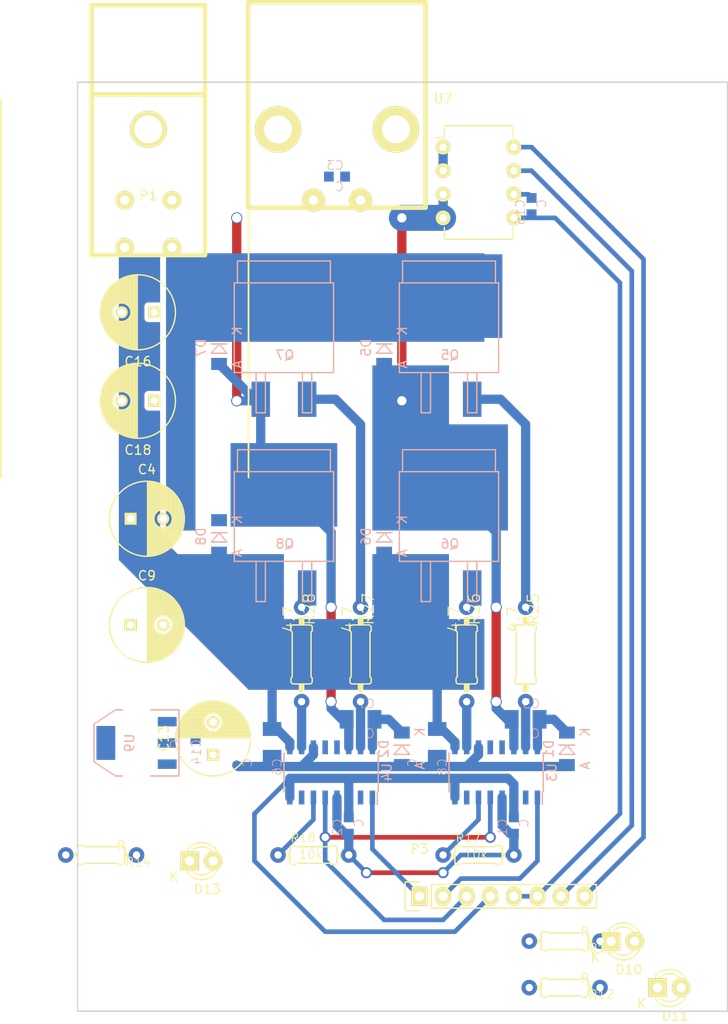
<source format=kicad_pcb>
(kicad_pcb (version 4) (host pcbnew 4.0.2-stable)

  (general
    (links 96)
    (no_connects 32)
    (area -0.075001 -0.075001 70.075001 100.075001)
    (thickness 1.6)
    (drawings 6)
    (tracks 176)
    (zones 0)
    (modules 43)
    (nets 31)
  )

  (page A4)
  (layers
    (0 F.Cu signal)
    (31 B.Cu signal)
    (32 B.Adhes user)
    (33 F.Adhes user)
    (34 B.Paste user)
    (35 F.Paste user)
    (36 B.SilkS user)
    (37 F.SilkS user)
    (38 B.Mask user)
    (39 F.Mask user)
    (40 Dwgs.User user)
    (41 Cmts.User user)
    (42 Eco1.User user)
    (43 Eco2.User user)
    (44 Edge.Cuts user)
    (45 Margin user)
    (46 B.CrtYd user)
    (47 F.CrtYd user)
    (48 B.Fab user)
    (49 F.Fab user)
  )

  (setup
    (last_trace_width 0.3)
    (user_trace_width 0.5)
    (user_trace_width 1)
    (user_trace_width 2.8)
    (trace_clearance 0.2)
    (zone_clearance 0.4)
    (zone_45_only no)
    (trace_min 0.3)
    (segment_width 0.2)
    (edge_width 0.15)
    (via_size 0.6)
    (via_drill 0.4)
    (via_min_size 0.4)
    (via_min_drill 0.3)
    (user_via 0.5 0.3)
    (user_via 1 0.8)
    (user_via 1.2 0.8)
    (user_via 5 3)
    (uvia_size 0.3)
    (uvia_drill 0.1)
    (uvias_allowed no)
    (uvia_min_size 0.2)
    (uvia_min_drill 0.1)
    (pcb_text_width 0.3)
    (pcb_text_size 1.5 1.5)
    (mod_edge_width 0.15)
    (mod_text_size 1 1)
    (mod_text_width 0.15)
    (pad_size 1.524 1.524)
    (pad_drill 0.762)
    (pad_to_mask_clearance 0.2)
    (aux_axis_origin 0 0)
    (visible_elements 7FFFFFFF)
    (pcbplotparams
      (layerselection 0x00030_80000001)
      (usegerberextensions false)
      (excludeedgelayer true)
      (linewidth 0.100000)
      (plotframeref false)
      (viasonmask false)
      (mode 1)
      (useauxorigin false)
      (hpglpennumber 1)
      (hpglpenspeed 20)
      (hpglpendiameter 15)
      (hpglpenoverlay 2)
      (psnegative false)
      (psa4output false)
      (plotreference true)
      (plotvalue true)
      (plotinvisibletext false)
      (padsonsilk false)
      (subtractmaskfromsilk false)
      (outputformat 1)
      (mirror false)
      (drillshape 1)
      (scaleselection 1)
      (outputdirectory ""))
  )

  (net 0 "")
  (net 1 +3V3)
  (net 2 GND)
  (net 3 "Net-(C5-Pad1)")
  (net 4 +15V)
  (net 5 GNDPWR)
  (net 6 "Net-(C7-Pad1)")
  (net 7 "Net-(C15-Pad1)")
  (net 8 +BATT)
  (net 9 "Net-(Q5-Pad1)")
  (net 10 "Net-(Q6-Pad1)")
  (net 11 "Net-(Q7-Pad1)")
  (net 12 "Net-(Q8-Pad1)")
  (net 13 "Net-(R25-Pad2)")
  (net 14 "Net-(R26-Pad2)")
  (net 15 "Net-(R27-Pad2)")
  (net 16 "Net-(R28-Pad2)")
  (net 17 +5V)
  (net 18 "Net-(C5-Pad2)")
  (net 19 "Net-(C7-Pad2)")
  (net 20 OUT_A)
  (net 21 OUT_B)
  (net 22 "Net-(D10-Pad1)")
  (net 23 "Net-(D11-Pad1)")
  (net 24 "Net-(D13-Pad1)")
  (net 25 "Net-(R17-Pad1)")
  (net 26 "Net-(R18-Pad1)")
  (net 27 /PWM_A)
  (net 28 /~EN)
  (net 29 /PWM_B)
  (net 30 /Current)

  (net_class Default "これは標準のネット クラスです。"
    (clearance 0.2)
    (trace_width 0.3)
    (via_dia 0.6)
    (via_drill 0.4)
    (uvia_dia 0.3)
    (uvia_drill 0.1)
    (add_net +15V)
    (add_net +3V3)
    (add_net +5V)
    (add_net +BATT)
    (add_net /Current)
    (add_net /PWM_A)
    (add_net /PWM_B)
    (add_net /~EN)
    (add_net GND)
    (add_net GNDPWR)
    (add_net "Net-(C15-Pad1)")
    (add_net "Net-(C5-Pad1)")
    (add_net "Net-(C5-Pad2)")
    (add_net "Net-(C7-Pad1)")
    (add_net "Net-(D10-Pad1)")
    (add_net "Net-(D11-Pad1)")
    (add_net "Net-(D13-Pad1)")
    (add_net "Net-(Q5-Pad1)")
    (add_net "Net-(Q6-Pad1)")
    (add_net "Net-(Q7-Pad1)")
    (add_net "Net-(Q8-Pad1)")
    (add_net "Net-(R17-Pad1)")
    (add_net "Net-(R18-Pad1)")
    (add_net "Net-(R25-Pad2)")
    (add_net "Net-(R26-Pad2)")
    (add_net "Net-(R27-Pad2)")
    (add_net "Net-(R28-Pad2)")
    (add_net OUT_A)
    (add_net OUT_B)
  )

  (module Diodes_SMD:MiniMELF_Standard placed (layer B.Cu) (tedit 55364937) (tstamp 56D411D5)
    (at 52.705 71.755 270)
    (descr "Diode Mini-MELF Standard")
    (tags "Diode Mini-MELF Standard")
    (path /56C1FE73)
    (attr smd)
    (fp_text reference D1 (at 0 1.95 270) (layer B.SilkS)
      (effects (font (size 1 1) (thickness 0.15)) (justify mirror))
    )
    (fp_text value D (at 0 -3.81 270) (layer B.Fab)
      (effects (font (size 1 1) (thickness 0.15)) (justify mirror))
    )
    (fp_line (start -2.55 1) (end 2.55 1) (layer B.CrtYd) (width 0.05))
    (fp_line (start 2.55 1) (end 2.55 -1) (layer B.CrtYd) (width 0.05))
    (fp_line (start 2.55 -1) (end -2.55 -1) (layer B.CrtYd) (width 0.05))
    (fp_line (start -2.55 -1) (end -2.55 1) (layer B.CrtYd) (width 0.05))
    (fp_line (start -0.40024 -0.0508) (end 0.60052 0.85) (layer B.SilkS) (width 0.15))
    (fp_line (start 0.60052 0.85) (end 0.60052 -0.85) (layer B.SilkS) (width 0.15))
    (fp_line (start 0.60052 -0.85) (end -0.40024 0) (layer B.SilkS) (width 0.15))
    (fp_line (start -0.40024 0.85) (end -0.40024 -0.85) (layer B.SilkS) (width 0.15))
    (fp_text user K (at -1.8 -1.95 270) (layer B.SilkS)
      (effects (font (size 1 1) (thickness 0.15)) (justify mirror))
    )
    (fp_text user A (at 1.8 -1.95 270) (layer B.SilkS)
      (effects (font (size 1 1) (thickness 0.15)) (justify mirror))
    )
    (fp_circle (center 0 0) (end 0 -0.55118) (layer B.Adhes) (width 0.381))
    (fp_circle (center 0 0) (end 0 -0.20066) (layer B.Adhes) (width 0.381))
    (pad 1 smd rect (at -1.75006 0 270) (size 1.30048 1.69926) (layers B.Cu B.Paste B.Mask)
      (net 3 "Net-(C5-Pad1)"))
    (pad 2 smd rect (at 1.75006 0 270) (size 1.30048 1.69926) (layers B.Cu B.Paste B.Mask)
      (net 4 +15V))
    (model Diodes_SMD.3dshapes/MiniMELF_Standard.wrl
      (at (xyz 0 0 0))
      (scale (xyz 0.3937 0.3937 0.3937))
      (rotate (xyz 0 0 0))
    )
  )

  (module Diodes_SMD:MiniMELF_Standard placed (layer B.Cu) (tedit 55364937) (tstamp 56D411DB)
    (at 34.925 71.755 270)
    (descr "Diode Mini-MELF Standard")
    (tags "Diode Mini-MELF Standard")
    (path /56D4BC9B)
    (attr smd)
    (fp_text reference D2 (at 0 1.95 270) (layer B.SilkS)
      (effects (font (size 1 1) (thickness 0.15)) (justify mirror))
    )
    (fp_text value D (at 0 -3.81 270) (layer B.Fab)
      (effects (font (size 1 1) (thickness 0.15)) (justify mirror))
    )
    (fp_line (start -2.55 1) (end 2.55 1) (layer B.CrtYd) (width 0.05))
    (fp_line (start 2.55 1) (end 2.55 -1) (layer B.CrtYd) (width 0.05))
    (fp_line (start 2.55 -1) (end -2.55 -1) (layer B.CrtYd) (width 0.05))
    (fp_line (start -2.55 -1) (end -2.55 1) (layer B.CrtYd) (width 0.05))
    (fp_line (start -0.40024 -0.0508) (end 0.60052 0.85) (layer B.SilkS) (width 0.15))
    (fp_line (start 0.60052 0.85) (end 0.60052 -0.85) (layer B.SilkS) (width 0.15))
    (fp_line (start 0.60052 -0.85) (end -0.40024 0) (layer B.SilkS) (width 0.15))
    (fp_line (start -0.40024 0.85) (end -0.40024 -0.85) (layer B.SilkS) (width 0.15))
    (fp_text user K (at -1.8 -1.95 270) (layer B.SilkS)
      (effects (font (size 1 1) (thickness 0.15)) (justify mirror))
    )
    (fp_text user A (at 1.8 -1.95 270) (layer B.SilkS)
      (effects (font (size 1 1) (thickness 0.15)) (justify mirror))
    )
    (fp_circle (center 0 0) (end 0 -0.55118) (layer B.Adhes) (width 0.381))
    (fp_circle (center 0 0) (end 0 -0.20066) (layer B.Adhes) (width 0.381))
    (pad 1 smd rect (at -1.75006 0 270) (size 1.30048 1.69926) (layers B.Cu B.Paste B.Mask)
      (net 6 "Net-(C7-Pad1)"))
    (pad 2 smd rect (at 1.75006 0 270) (size 1.30048 1.69926) (layers B.Cu B.Paste B.Mask)
      (net 4 +15V))
    (model Diodes_SMD.3dshapes/MiniMELF_Standard.wrl
      (at (xyz 0 0 0))
      (scale (xyz 0.3937 0.3937 0.3937))
      (rotate (xyz 0 0 0))
    )
  )

  (module Diodes_SMD:MiniMELF_Standard placed (layer B.Cu) (tedit 55364937) (tstamp 56D411ED)
    (at 33.02 28.575 270)
    (descr "Diode Mini-MELF Standard")
    (tags "Diode Mini-MELF Standard")
    (path /56D4906C)
    (attr smd)
    (fp_text reference D5 (at 0 1.95 270) (layer B.SilkS)
      (effects (font (size 1 1) (thickness 0.15)) (justify mirror))
    )
    (fp_text value D (at 0 -3.81 270) (layer B.Fab)
      (effects (font (size 1 1) (thickness 0.15)) (justify mirror))
    )
    (fp_line (start -2.55 1) (end 2.55 1) (layer B.CrtYd) (width 0.05))
    (fp_line (start 2.55 1) (end 2.55 -1) (layer B.CrtYd) (width 0.05))
    (fp_line (start 2.55 -1) (end -2.55 -1) (layer B.CrtYd) (width 0.05))
    (fp_line (start -2.55 -1) (end -2.55 1) (layer B.CrtYd) (width 0.05))
    (fp_line (start -0.40024 -0.0508) (end 0.60052 0.85) (layer B.SilkS) (width 0.15))
    (fp_line (start 0.60052 0.85) (end 0.60052 -0.85) (layer B.SilkS) (width 0.15))
    (fp_line (start 0.60052 -0.85) (end -0.40024 0) (layer B.SilkS) (width 0.15))
    (fp_line (start -0.40024 0.85) (end -0.40024 -0.85) (layer B.SilkS) (width 0.15))
    (fp_text user K (at -1.8 -1.95 270) (layer B.SilkS)
      (effects (font (size 1 1) (thickness 0.15)) (justify mirror))
    )
    (fp_text user A (at 1.8 -1.95 270) (layer B.SilkS)
      (effects (font (size 1 1) (thickness 0.15)) (justify mirror))
    )
    (fp_circle (center 0 0) (end 0 -0.55118) (layer B.Adhes) (width 0.381))
    (fp_circle (center 0 0) (end 0 -0.20066) (layer B.Adhes) (width 0.381))
    (pad 1 smd rect (at -1.75006 0 270) (size 1.30048 1.69926) (layers B.Cu B.Paste B.Mask)
      (net 8 +BATT))
    (pad 2 smd rect (at 1.75006 0 270) (size 1.30048 1.69926) (layers B.Cu B.Paste B.Mask)
      (net 18 "Net-(C5-Pad2)"))
    (model Diodes_SMD.3dshapes/MiniMELF_Standard.wrl
      (at (xyz 0 0 0))
      (scale (xyz 0.3937 0.3937 0.3937))
      (rotate (xyz 0 0 0))
    )
  )

  (module Diodes_SMD:MiniMELF_Standard placed (layer B.Cu) (tedit 55364937) (tstamp 56D411F3)
    (at 33.02 48.895 270)
    (descr "Diode Mini-MELF Standard")
    (tags "Diode Mini-MELF Standard")
    (path /56D49625)
    (attr smd)
    (fp_text reference D6 (at 0 1.95 270) (layer B.SilkS)
      (effects (font (size 1 1) (thickness 0.15)) (justify mirror))
    )
    (fp_text value D (at 0 -3.81 270) (layer B.Fab)
      (effects (font (size 1 1) (thickness 0.15)) (justify mirror))
    )
    (fp_line (start -2.55 1) (end 2.55 1) (layer B.CrtYd) (width 0.05))
    (fp_line (start 2.55 1) (end 2.55 -1) (layer B.CrtYd) (width 0.05))
    (fp_line (start 2.55 -1) (end -2.55 -1) (layer B.CrtYd) (width 0.05))
    (fp_line (start -2.55 -1) (end -2.55 1) (layer B.CrtYd) (width 0.05))
    (fp_line (start -0.40024 -0.0508) (end 0.60052 0.85) (layer B.SilkS) (width 0.15))
    (fp_line (start 0.60052 0.85) (end 0.60052 -0.85) (layer B.SilkS) (width 0.15))
    (fp_line (start 0.60052 -0.85) (end -0.40024 0) (layer B.SilkS) (width 0.15))
    (fp_line (start -0.40024 0.85) (end -0.40024 -0.85) (layer B.SilkS) (width 0.15))
    (fp_text user K (at -1.8 -1.95 270) (layer B.SilkS)
      (effects (font (size 1 1) (thickness 0.15)) (justify mirror))
    )
    (fp_text user A (at 1.8 -1.95 270) (layer B.SilkS)
      (effects (font (size 1 1) (thickness 0.15)) (justify mirror))
    )
    (fp_circle (center 0 0) (end 0 -0.55118) (layer B.Adhes) (width 0.381))
    (fp_circle (center 0 0) (end 0 -0.20066) (layer B.Adhes) (width 0.381))
    (pad 1 smd rect (at -1.75006 0 270) (size 1.30048 1.69926) (layers B.Cu B.Paste B.Mask)
      (net 18 "Net-(C5-Pad2)"))
    (pad 2 smd rect (at 1.75006 0 270) (size 1.30048 1.69926) (layers B.Cu B.Paste B.Mask)
      (net 5 GNDPWR))
    (model Diodes_SMD.3dshapes/MiniMELF_Standard.wrl
      (at (xyz 0 0 0))
      (scale (xyz 0.3937 0.3937 0.3937))
      (rotate (xyz 0 0 0))
    )
  )

  (module Diodes_SMD:MiniMELF_Standard placed (layer B.Cu) (tedit 55364937) (tstamp 56D411F9)
    (at 15.24 28.575 270)
    (descr "Diode Mini-MELF Standard")
    (tags "Diode Mini-MELF Standard")
    (path /56D4BD0B)
    (attr smd)
    (fp_text reference D7 (at 0 1.95 270) (layer B.SilkS)
      (effects (font (size 1 1) (thickness 0.15)) (justify mirror))
    )
    (fp_text value D (at 0 -3.81 270) (layer B.Fab)
      (effects (font (size 1 1) (thickness 0.15)) (justify mirror))
    )
    (fp_line (start -2.55 1) (end 2.55 1) (layer B.CrtYd) (width 0.05))
    (fp_line (start 2.55 1) (end 2.55 -1) (layer B.CrtYd) (width 0.05))
    (fp_line (start 2.55 -1) (end -2.55 -1) (layer B.CrtYd) (width 0.05))
    (fp_line (start -2.55 -1) (end -2.55 1) (layer B.CrtYd) (width 0.05))
    (fp_line (start -0.40024 -0.0508) (end 0.60052 0.85) (layer B.SilkS) (width 0.15))
    (fp_line (start 0.60052 0.85) (end 0.60052 -0.85) (layer B.SilkS) (width 0.15))
    (fp_line (start 0.60052 -0.85) (end -0.40024 0) (layer B.SilkS) (width 0.15))
    (fp_line (start -0.40024 0.85) (end -0.40024 -0.85) (layer B.SilkS) (width 0.15))
    (fp_text user K (at -1.8 -1.95 270) (layer B.SilkS)
      (effects (font (size 1 1) (thickness 0.15)) (justify mirror))
    )
    (fp_text user A (at 1.8 -1.95 270) (layer B.SilkS)
      (effects (font (size 1 1) (thickness 0.15)) (justify mirror))
    )
    (fp_circle (center 0 0) (end 0 -0.55118) (layer B.Adhes) (width 0.381))
    (fp_circle (center 0 0) (end 0 -0.20066) (layer B.Adhes) (width 0.381))
    (pad 1 smd rect (at -1.75006 0 270) (size 1.30048 1.69926) (layers B.Cu B.Paste B.Mask)
      (net 8 +BATT))
    (pad 2 smd rect (at 1.75006 0 270) (size 1.30048 1.69926) (layers B.Cu B.Paste B.Mask)
      (net 21 OUT_B))
    (model Diodes_SMD.3dshapes/MiniMELF_Standard.wrl
      (at (xyz 0 0 0))
      (scale (xyz 0.3937 0.3937 0.3937))
      (rotate (xyz 0 0 0))
    )
  )

  (module Diodes_SMD:MiniMELF_Standard placed (layer B.Cu) (tedit 55364937) (tstamp 56D411FF)
    (at 15.24 48.895 270)
    (descr "Diode Mini-MELF Standard")
    (tags "Diode Mini-MELF Standard")
    (path /56D4BD11)
    (attr smd)
    (fp_text reference D8 (at 0 1.95 270) (layer B.SilkS)
      (effects (font (size 1 1) (thickness 0.15)) (justify mirror))
    )
    (fp_text value D (at 0 -3.81 270) (layer B.Fab)
      (effects (font (size 1 1) (thickness 0.15)) (justify mirror))
    )
    (fp_line (start -2.55 1) (end 2.55 1) (layer B.CrtYd) (width 0.05))
    (fp_line (start 2.55 1) (end 2.55 -1) (layer B.CrtYd) (width 0.05))
    (fp_line (start 2.55 -1) (end -2.55 -1) (layer B.CrtYd) (width 0.05))
    (fp_line (start -2.55 -1) (end -2.55 1) (layer B.CrtYd) (width 0.05))
    (fp_line (start -0.40024 -0.0508) (end 0.60052 0.85) (layer B.SilkS) (width 0.15))
    (fp_line (start 0.60052 0.85) (end 0.60052 -0.85) (layer B.SilkS) (width 0.15))
    (fp_line (start 0.60052 -0.85) (end -0.40024 0) (layer B.SilkS) (width 0.15))
    (fp_line (start -0.40024 0.85) (end -0.40024 -0.85) (layer B.SilkS) (width 0.15))
    (fp_text user K (at -1.8 -1.95 270) (layer B.SilkS)
      (effects (font (size 1 1) (thickness 0.15)) (justify mirror))
    )
    (fp_text user A (at 1.8 -1.95 270) (layer B.SilkS)
      (effects (font (size 1 1) (thickness 0.15)) (justify mirror))
    )
    (fp_circle (center 0 0) (end 0 -0.55118) (layer B.Adhes) (width 0.381))
    (fp_circle (center 0 0) (end 0 -0.20066) (layer B.Adhes) (width 0.381))
    (pad 1 smd rect (at -1.75006 0 270) (size 1.30048 1.69926) (layers B.Cu B.Paste B.Mask)
      (net 21 OUT_B))
    (pad 2 smd rect (at 1.75006 0 270) (size 1.30048 1.69926) (layers B.Cu B.Paste B.Mask)
      (net 5 GNDPWR))
    (model Diodes_SMD.3dshapes/MiniMELF_Standard.wrl
      (at (xyz 0 0 0))
      (scale (xyz 0.3937 0.3937 0.3937))
      (rotate (xyz 0 0 0))
    )
  )

  (module Housings_SOIC:SOIC-16_3.9x9.9mm_Pitch1.27mm placed (layer B.Cu) (tedit 54130A77) (tstamp 56D413B3)
    (at 45.085 74.295 90)
    (descr "16-Lead Plastic Small Outline (SL) - Narrow, 3.90 mm Body [SOIC] (see Microchip Packaging Specification 00000049BS.pdf)")
    (tags "SOIC 1.27")
    (path /56D41C56)
    (attr smd)
    (fp_text reference U3 (at 0 6 90) (layer B.SilkS)
      (effects (font (size 1 1) (thickness 0.15)) (justify mirror))
    )
    (fp_text value SI8234 (at 0 -6 90) (layer B.Fab)
      (effects (font (size 1 1) (thickness 0.15)) (justify mirror))
    )
    (fp_line (start -3.7 5.25) (end -3.7 -5.25) (layer B.CrtYd) (width 0.05))
    (fp_line (start 3.7 5.25) (end 3.7 -5.25) (layer B.CrtYd) (width 0.05))
    (fp_line (start -3.7 5.25) (end 3.7 5.25) (layer B.CrtYd) (width 0.05))
    (fp_line (start -3.7 -5.25) (end 3.7 -5.25) (layer B.CrtYd) (width 0.05))
    (fp_line (start -2.075 5.075) (end -2.075 4.97) (layer B.SilkS) (width 0.15))
    (fp_line (start 2.075 5.075) (end 2.075 4.97) (layer B.SilkS) (width 0.15))
    (fp_line (start 2.075 -5.075) (end 2.075 -4.97) (layer B.SilkS) (width 0.15))
    (fp_line (start -2.075 -5.075) (end -2.075 -4.97) (layer B.SilkS) (width 0.15))
    (fp_line (start -2.075 5.075) (end 2.075 5.075) (layer B.SilkS) (width 0.15))
    (fp_line (start -2.075 -5.075) (end 2.075 -5.075) (layer B.SilkS) (width 0.15))
    (fp_line (start -2.075 4.97) (end -3.45 4.97) (layer B.SilkS) (width 0.15))
    (pad 1 smd rect (at -2.7 4.445 90) (size 1.5 0.6) (layers B.Cu B.Paste B.Mask)
      (net 27 /PWM_A))
    (pad 2 smd rect (at -2.7 3.175 90) (size 1.5 0.6) (layers B.Cu B.Paste B.Mask))
    (pad 3 smd rect (at -2.7 1.905 90) (size 1.5 0.6) (layers B.Cu B.Paste B.Mask)
      (net 1 +3V3))
    (pad 4 smd rect (at -2.7 0.635 90) (size 1.5 0.6) (layers B.Cu B.Paste B.Mask)
      (net 2 GND))
    (pad 5 smd rect (at -2.7 -0.635 90) (size 1.5 0.6) (layers B.Cu B.Paste B.Mask)
      (net 28 /~EN))
    (pad 6 smd rect (at -2.7 -1.905 90) (size 1.5 0.6) (layers B.Cu B.Paste B.Mask)
      (net 25 "Net-(R17-Pad1)"))
    (pad 7 smd rect (at -2.7 -3.175 90) (size 1.5 0.6) (layers B.Cu B.Paste B.Mask))
    (pad 8 smd rect (at -2.7 -4.445 90) (size 1.5 0.6) (layers B.Cu B.Paste B.Mask)
      (net 1 +3V3))
    (pad 9 smd rect (at 2.7 -4.445 90) (size 1.5 0.6) (layers B.Cu B.Paste B.Mask)
      (net 5 GNDPWR))
    (pad 10 smd rect (at 2.7 -3.175 90) (size 1.5 0.6) (layers B.Cu B.Paste B.Mask)
      (net 14 "Net-(R26-Pad2)"))
    (pad 11 smd rect (at 2.7 -1.905 90) (size 1.5 0.6) (layers B.Cu B.Paste B.Mask)
      (net 4 +15V))
    (pad 12 smd rect (at 2.7 -0.635 90) (size 1.5 0.6) (layers B.Cu B.Paste B.Mask))
    (pad 13 smd rect (at 2.7 0.635 90) (size 1.5 0.6) (layers B.Cu B.Paste B.Mask))
    (pad 14 smd rect (at 2.7 1.905 90) (size 1.5 0.6) (layers B.Cu B.Paste B.Mask)
      (net 18 "Net-(C5-Pad2)"))
    (pad 15 smd rect (at 2.7 3.175 90) (size 1.5 0.6) (layers B.Cu B.Paste B.Mask)
      (net 13 "Net-(R25-Pad2)"))
    (pad 16 smd rect (at 2.7 4.445 90) (size 1.5 0.6) (layers B.Cu B.Paste B.Mask)
      (net 3 "Net-(C5-Pad1)"))
    (model Housings_SOIC.3dshapes/SOIC-16_3.9x9.9mm_Pitch1.27mm.wrl
      (at (xyz 0 0 0))
      (scale (xyz 1 1 1))
      (rotate (xyz 0 0 0))
    )
  )

  (module Housings_SOIC:SOIC-16_3.9x9.9mm_Pitch1.27mm placed (layer B.Cu) (tedit 54130A77) (tstamp 56D413C7)
    (at 27.305 74.295 90)
    (descr "16-Lead Plastic Small Outline (SL) - Narrow, 3.90 mm Body [SOIC] (see Microchip Packaging Specification 00000049BS.pdf)")
    (tags "SOIC 1.27")
    (path /56D4BCBA)
    (attr smd)
    (fp_text reference U4 (at 0 6 90) (layer B.SilkS)
      (effects (font (size 1 1) (thickness 0.15)) (justify mirror))
    )
    (fp_text value SI8234 (at 0 -6 90) (layer B.Fab)
      (effects (font (size 1 1) (thickness 0.15)) (justify mirror))
    )
    (fp_line (start -3.7 5.25) (end -3.7 -5.25) (layer B.CrtYd) (width 0.05))
    (fp_line (start 3.7 5.25) (end 3.7 -5.25) (layer B.CrtYd) (width 0.05))
    (fp_line (start -3.7 5.25) (end 3.7 5.25) (layer B.CrtYd) (width 0.05))
    (fp_line (start -3.7 -5.25) (end 3.7 -5.25) (layer B.CrtYd) (width 0.05))
    (fp_line (start -2.075 5.075) (end -2.075 4.97) (layer B.SilkS) (width 0.15))
    (fp_line (start 2.075 5.075) (end 2.075 4.97) (layer B.SilkS) (width 0.15))
    (fp_line (start 2.075 -5.075) (end 2.075 -4.97) (layer B.SilkS) (width 0.15))
    (fp_line (start -2.075 -5.075) (end -2.075 -4.97) (layer B.SilkS) (width 0.15))
    (fp_line (start -2.075 5.075) (end 2.075 5.075) (layer B.SilkS) (width 0.15))
    (fp_line (start -2.075 -5.075) (end 2.075 -5.075) (layer B.SilkS) (width 0.15))
    (fp_line (start -2.075 4.97) (end -3.45 4.97) (layer B.SilkS) (width 0.15))
    (pad 1 smd rect (at -2.7 4.445 90) (size 1.5 0.6) (layers B.Cu B.Paste B.Mask)
      (net 29 /PWM_B))
    (pad 2 smd rect (at -2.7 3.175 90) (size 1.5 0.6) (layers B.Cu B.Paste B.Mask))
    (pad 3 smd rect (at -2.7 1.905 90) (size 1.5 0.6) (layers B.Cu B.Paste B.Mask)
      (net 1 +3V3))
    (pad 4 smd rect (at -2.7 0.635 90) (size 1.5 0.6) (layers B.Cu B.Paste B.Mask)
      (net 2 GND))
    (pad 5 smd rect (at -2.7 -0.635 90) (size 1.5 0.6) (layers B.Cu B.Paste B.Mask)
      (net 28 /~EN))
    (pad 6 smd rect (at -2.7 -1.905 90) (size 1.5 0.6) (layers B.Cu B.Paste B.Mask)
      (net 26 "Net-(R18-Pad1)"))
    (pad 7 smd rect (at -2.7 -3.175 90) (size 1.5 0.6) (layers B.Cu B.Paste B.Mask))
    (pad 8 smd rect (at -2.7 -4.445 90) (size 1.5 0.6) (layers B.Cu B.Paste B.Mask)
      (net 1 +3V3))
    (pad 9 smd rect (at 2.7 -4.445 90) (size 1.5 0.6) (layers B.Cu B.Paste B.Mask)
      (net 5 GNDPWR))
    (pad 10 smd rect (at 2.7 -3.175 90) (size 1.5 0.6) (layers B.Cu B.Paste B.Mask)
      (net 16 "Net-(R28-Pad2)"))
    (pad 11 smd rect (at 2.7 -1.905 90) (size 1.5 0.6) (layers B.Cu B.Paste B.Mask)
      (net 4 +15V))
    (pad 12 smd rect (at 2.7 -0.635 90) (size 1.5 0.6) (layers B.Cu B.Paste B.Mask))
    (pad 13 smd rect (at 2.7 0.635 90) (size 1.5 0.6) (layers B.Cu B.Paste B.Mask))
    (pad 14 smd rect (at 2.7 1.905 90) (size 1.5 0.6) (layers B.Cu B.Paste B.Mask)
      (net 21 OUT_B))
    (pad 15 smd rect (at 2.7 3.175 90) (size 1.5 0.6) (layers B.Cu B.Paste B.Mask)
      (net 15 "Net-(R27-Pad2)"))
    (pad 16 smd rect (at 2.7 4.445 90) (size 1.5 0.6) (layers B.Cu B.Paste B.Mask)
      (net 6 "Net-(C7-Pad1)"))
    (model Housings_SOIC.3dshapes/SOIC-16_3.9x9.9mm_Pitch1.27mm.wrl
      (at (xyz 0 0 0))
      (scale (xyz 1 1 1))
      (rotate (xyz 0 0 0))
    )
  )

  (module TO_SOT_Packages_SMD:SOT-404 (layer B.Cu) (tedit 0) (tstamp 5719A324)
    (at 40.005 28.575 180)
    (descr SOT404)
    (path /56B964E1)
    (attr smd)
    (fp_text reference Q5 (at -0.09906 -0.8001 180) (layer B.SilkS)
      (effects (font (size 1 1) (thickness 0.15)) (justify mirror))
    )
    (fp_text value Q_NMOS_GDS (at -0.20066 -1.09982 180) (layer B.Fab)
      (effects (font (size 1 1) (thickness 0.15)) (justify mirror))
    )
    (fp_line (start -5.0038 6.9723) (end -5.0038 9.3345) (layer B.SilkS) (width 0.15))
    (fp_line (start -5.0038 9.3345) (end 5.0038 9.3345) (layer B.SilkS) (width 0.15))
    (fp_line (start 5.0038 9.3345) (end 5.0038 6.9723) (layer B.SilkS) (width 0.15))
    (fp_line (start 2.9972 -7.0104) (end 2.9972 -2.6797) (layer B.SilkS) (width 0.15))
    (fp_line (start 1.9939 -7.0104) (end 2.9972 -7.0104) (layer B.SilkS) (width 0.15))
    (fp_line (start 1.9939 -2.6797) (end 1.9939 -7.0104) (layer B.SilkS) (width 0.15))
    (fp_line (start -2.9972 -2.6797) (end -2.9972 -7.0104) (layer B.SilkS) (width 0.15))
    (fp_line (start -2.9972 -7.0104) (end -1.9939 -7.0104) (layer B.SilkS) (width 0.15))
    (fp_line (start -1.9939 -7.0104) (end -1.9939 -2.6797) (layer B.SilkS) (width 0.15))
    (fp_line (start -5.3467 6.9723) (end 5.3467 6.9723) (layer B.SilkS) (width 0.15))
    (fp_line (start 5.3467 6.9723) (end 5.3467 -2.6797) (layer B.SilkS) (width 0.15))
    (fp_line (start 5.3467 -2.6797) (end -5.3467 -2.6797) (layer B.SilkS) (width 0.15))
    (fp_line (start -5.3467 -2.6797) (end -5.3467 6.9723) (layer B.SilkS) (width 0.15))
    (pad 1 smd rect (at -2.49936 -5.5499 180) (size 1.99898 3.79984) (layers B.Cu B.Paste B.Mask)
      (net 9 "Net-(Q5-Pad1)"))
    (pad 3 smd rect (at 2.49936 -5.5499 180) (size 1.99898 3.79984) (layers B.Cu B.Paste B.Mask)
      (net 18 "Net-(C5-Pad2)"))
    (pad 2 smd rect (at 0 5.5499 180) (size 11.50112 8.99922) (layers B.Cu B.Paste B.Mask)
      (net 8 +BATT))
    (model TO_SOT_Packages_SMD.3dshapes/SOT-404.wrl
      (at (xyz 0 0 0))
      (scale (xyz 1 1 1))
      (rotate (xyz 0 0 0))
    )
  )

  (module TO_SOT_Packages_SMD:SOT-404 (layer B.Cu) (tedit 0) (tstamp 5719A32A)
    (at 40.005 48.895 180)
    (descr SOT404)
    (path /56B965DB)
    (attr smd)
    (fp_text reference Q6 (at -0.09906 -0.8001 180) (layer B.SilkS)
      (effects (font (size 1 1) (thickness 0.15)) (justify mirror))
    )
    (fp_text value Q_NMOS_GDS (at -0.20066 -1.09982 180) (layer B.Fab)
      (effects (font (size 1 1) (thickness 0.15)) (justify mirror))
    )
    (fp_line (start -5.0038 6.9723) (end -5.0038 9.3345) (layer B.SilkS) (width 0.15))
    (fp_line (start -5.0038 9.3345) (end 5.0038 9.3345) (layer B.SilkS) (width 0.15))
    (fp_line (start 5.0038 9.3345) (end 5.0038 6.9723) (layer B.SilkS) (width 0.15))
    (fp_line (start 2.9972 -7.0104) (end 2.9972 -2.6797) (layer B.SilkS) (width 0.15))
    (fp_line (start 1.9939 -7.0104) (end 2.9972 -7.0104) (layer B.SilkS) (width 0.15))
    (fp_line (start 1.9939 -2.6797) (end 1.9939 -7.0104) (layer B.SilkS) (width 0.15))
    (fp_line (start -2.9972 -2.6797) (end -2.9972 -7.0104) (layer B.SilkS) (width 0.15))
    (fp_line (start -2.9972 -7.0104) (end -1.9939 -7.0104) (layer B.SilkS) (width 0.15))
    (fp_line (start -1.9939 -7.0104) (end -1.9939 -2.6797) (layer B.SilkS) (width 0.15))
    (fp_line (start -5.3467 6.9723) (end 5.3467 6.9723) (layer B.SilkS) (width 0.15))
    (fp_line (start 5.3467 6.9723) (end 5.3467 -2.6797) (layer B.SilkS) (width 0.15))
    (fp_line (start 5.3467 -2.6797) (end -5.3467 -2.6797) (layer B.SilkS) (width 0.15))
    (fp_line (start -5.3467 -2.6797) (end -5.3467 6.9723) (layer B.SilkS) (width 0.15))
    (pad 1 smd rect (at -2.49936 -5.5499 180) (size 1.99898 3.79984) (layers B.Cu B.Paste B.Mask)
      (net 10 "Net-(Q6-Pad1)"))
    (pad 3 smd rect (at 2.49936 -5.5499 180) (size 1.99898 3.79984) (layers B.Cu B.Paste B.Mask)
      (net 5 GNDPWR))
    (pad 2 smd rect (at 0 5.5499 180) (size 11.50112 8.99922) (layers B.Cu B.Paste B.Mask)
      (net 18 "Net-(C5-Pad2)"))
    (model TO_SOT_Packages_SMD.3dshapes/SOT-404.wrl
      (at (xyz 0 0 0))
      (scale (xyz 1 1 1))
      (rotate (xyz 0 0 0))
    )
  )

  (module TO_SOT_Packages_SMD:SOT-404 (layer B.Cu) (tedit 0) (tstamp 5719A330)
    (at 22.225 28.575 180)
    (descr SOT404)
    (path /56D4BC7D)
    (attr smd)
    (fp_text reference Q7 (at -0.09906 -0.8001 180) (layer B.SilkS)
      (effects (font (size 1 1) (thickness 0.15)) (justify mirror))
    )
    (fp_text value Q_NMOS_GDS (at -0.20066 -1.09982 180) (layer B.Fab)
      (effects (font (size 1 1) (thickness 0.15)) (justify mirror))
    )
    (fp_line (start -5.0038 6.9723) (end -5.0038 9.3345) (layer B.SilkS) (width 0.15))
    (fp_line (start -5.0038 9.3345) (end 5.0038 9.3345) (layer B.SilkS) (width 0.15))
    (fp_line (start 5.0038 9.3345) (end 5.0038 6.9723) (layer B.SilkS) (width 0.15))
    (fp_line (start 2.9972 -7.0104) (end 2.9972 -2.6797) (layer B.SilkS) (width 0.15))
    (fp_line (start 1.9939 -7.0104) (end 2.9972 -7.0104) (layer B.SilkS) (width 0.15))
    (fp_line (start 1.9939 -2.6797) (end 1.9939 -7.0104) (layer B.SilkS) (width 0.15))
    (fp_line (start -2.9972 -2.6797) (end -2.9972 -7.0104) (layer B.SilkS) (width 0.15))
    (fp_line (start -2.9972 -7.0104) (end -1.9939 -7.0104) (layer B.SilkS) (width 0.15))
    (fp_line (start -1.9939 -7.0104) (end -1.9939 -2.6797) (layer B.SilkS) (width 0.15))
    (fp_line (start -5.3467 6.9723) (end 5.3467 6.9723) (layer B.SilkS) (width 0.15))
    (fp_line (start 5.3467 6.9723) (end 5.3467 -2.6797) (layer B.SilkS) (width 0.15))
    (fp_line (start 5.3467 -2.6797) (end -5.3467 -2.6797) (layer B.SilkS) (width 0.15))
    (fp_line (start -5.3467 -2.6797) (end -5.3467 6.9723) (layer B.SilkS) (width 0.15))
    (pad 1 smd rect (at -2.49936 -5.5499 180) (size 1.99898 3.79984) (layers B.Cu B.Paste B.Mask)
      (net 11 "Net-(Q7-Pad1)"))
    (pad 3 smd rect (at 2.49936 -5.5499 180) (size 1.99898 3.79984) (layers B.Cu B.Paste B.Mask)
      (net 21 OUT_B))
    (pad 2 smd rect (at 0 5.5499 180) (size 11.50112 8.99922) (layers B.Cu B.Paste B.Mask)
      (net 8 +BATT))
    (model TO_SOT_Packages_SMD.3dshapes/SOT-404.wrl
      (at (xyz 0 0 0))
      (scale (xyz 1 1 1))
      (rotate (xyz 0 0 0))
    )
  )

  (module TO_SOT_Packages_SMD:SOT-404 (layer B.Cu) (tedit 0) (tstamp 5719A336)
    (at 22.225 48.895 180)
    (descr SOT404)
    (path /56D4BC89)
    (attr smd)
    (fp_text reference Q8 (at -0.09906 -0.8001 180) (layer B.SilkS)
      (effects (font (size 1 1) (thickness 0.15)) (justify mirror))
    )
    (fp_text value Q_NMOS_GDS (at -0.20066 -1.09982 180) (layer B.Fab)
      (effects (font (size 1 1) (thickness 0.15)) (justify mirror))
    )
    (fp_line (start -5.0038 6.9723) (end -5.0038 9.3345) (layer B.SilkS) (width 0.15))
    (fp_line (start -5.0038 9.3345) (end 5.0038 9.3345) (layer B.SilkS) (width 0.15))
    (fp_line (start 5.0038 9.3345) (end 5.0038 6.9723) (layer B.SilkS) (width 0.15))
    (fp_line (start 2.9972 -7.0104) (end 2.9972 -2.6797) (layer B.SilkS) (width 0.15))
    (fp_line (start 1.9939 -7.0104) (end 2.9972 -7.0104) (layer B.SilkS) (width 0.15))
    (fp_line (start 1.9939 -2.6797) (end 1.9939 -7.0104) (layer B.SilkS) (width 0.15))
    (fp_line (start -2.9972 -2.6797) (end -2.9972 -7.0104) (layer B.SilkS) (width 0.15))
    (fp_line (start -2.9972 -7.0104) (end -1.9939 -7.0104) (layer B.SilkS) (width 0.15))
    (fp_line (start -1.9939 -7.0104) (end -1.9939 -2.6797) (layer B.SilkS) (width 0.15))
    (fp_line (start -5.3467 6.9723) (end 5.3467 6.9723) (layer B.SilkS) (width 0.15))
    (fp_line (start 5.3467 6.9723) (end 5.3467 -2.6797) (layer B.SilkS) (width 0.15))
    (fp_line (start 5.3467 -2.6797) (end -5.3467 -2.6797) (layer B.SilkS) (width 0.15))
    (fp_line (start -5.3467 -2.6797) (end -5.3467 6.9723) (layer B.SilkS) (width 0.15))
    (pad 1 smd rect (at -2.49936 -5.5499 180) (size 1.99898 3.79984) (layers B.Cu B.Paste B.Mask)
      (net 12 "Net-(Q8-Pad1)"))
    (pad 3 smd rect (at 2.49936 -5.5499 180) (size 1.99898 3.79984) (layers B.Cu B.Paste B.Mask)
      (net 5 GNDPWR))
    (pad 2 smd rect (at 0 5.5499 180) (size 11.50112 8.99922) (layers B.Cu B.Paste B.Mask)
      (net 21 OUT_B))
    (model TO_SOT_Packages_SMD.3dshapes/SOT-404.wrl
      (at (xyz 0 0 0))
      (scale (xyz 1 1 1))
      (rotate (xyz 0 0 0))
    )
  )

  (module Capacitors_ThroughHole:C_Radial_D8_L11.5_P3.5 (layer F.Cu) (tedit 0) (tstamp 574AF1EE)
    (at 14.605 72.39 90)
    (descr "Radial Electrolytic Capacitor Diameter 8mm x Length 11.5mm, Pitch 3.5mm")
    (tags "Electrolytic Capacitor")
    (path /56C2F8F0)
    (fp_text reference C13 (at 1.75 -5.3 90) (layer F.SilkS)
      (effects (font (size 1 1) (thickness 0.15)))
    )
    (fp_text value C (at 1.75 5.3 90) (layer F.Fab)
      (effects (font (size 1 1) (thickness 0.15)))
    )
    (fp_line (start 1.825 -3.999) (end 1.825 3.999) (layer F.SilkS) (width 0.15))
    (fp_line (start 1.965 -3.994) (end 1.965 3.994) (layer F.SilkS) (width 0.15))
    (fp_line (start 2.105 -3.984) (end 2.105 3.984) (layer F.SilkS) (width 0.15))
    (fp_line (start 2.245 -3.969) (end 2.245 3.969) (layer F.SilkS) (width 0.15))
    (fp_line (start 2.385 -3.949) (end 2.385 3.949) (layer F.SilkS) (width 0.15))
    (fp_line (start 2.525 -3.924) (end 2.525 -0.222) (layer F.SilkS) (width 0.15))
    (fp_line (start 2.525 0.222) (end 2.525 3.924) (layer F.SilkS) (width 0.15))
    (fp_line (start 2.665 -3.894) (end 2.665 -0.55) (layer F.SilkS) (width 0.15))
    (fp_line (start 2.665 0.55) (end 2.665 3.894) (layer F.SilkS) (width 0.15))
    (fp_line (start 2.805 -3.858) (end 2.805 -0.719) (layer F.SilkS) (width 0.15))
    (fp_line (start 2.805 0.719) (end 2.805 3.858) (layer F.SilkS) (width 0.15))
    (fp_line (start 2.945 -3.817) (end 2.945 -0.832) (layer F.SilkS) (width 0.15))
    (fp_line (start 2.945 0.832) (end 2.945 3.817) (layer F.SilkS) (width 0.15))
    (fp_line (start 3.085 -3.771) (end 3.085 -0.91) (layer F.SilkS) (width 0.15))
    (fp_line (start 3.085 0.91) (end 3.085 3.771) (layer F.SilkS) (width 0.15))
    (fp_line (start 3.225 -3.718) (end 3.225 -0.961) (layer F.SilkS) (width 0.15))
    (fp_line (start 3.225 0.961) (end 3.225 3.718) (layer F.SilkS) (width 0.15))
    (fp_line (start 3.365 -3.659) (end 3.365 -0.991) (layer F.SilkS) (width 0.15))
    (fp_line (start 3.365 0.991) (end 3.365 3.659) (layer F.SilkS) (width 0.15))
    (fp_line (start 3.505 -3.594) (end 3.505 -1) (layer F.SilkS) (width 0.15))
    (fp_line (start 3.505 1) (end 3.505 3.594) (layer F.SilkS) (width 0.15))
    (fp_line (start 3.645 -3.523) (end 3.645 -0.989) (layer F.SilkS) (width 0.15))
    (fp_line (start 3.645 0.989) (end 3.645 3.523) (layer F.SilkS) (width 0.15))
    (fp_line (start 3.785 -3.444) (end 3.785 -0.959) (layer F.SilkS) (width 0.15))
    (fp_line (start 3.785 0.959) (end 3.785 3.444) (layer F.SilkS) (width 0.15))
    (fp_line (start 3.925 -3.357) (end 3.925 -0.905) (layer F.SilkS) (width 0.15))
    (fp_line (start 3.925 0.905) (end 3.925 3.357) (layer F.SilkS) (width 0.15))
    (fp_line (start 4.065 -3.262) (end 4.065 -0.825) (layer F.SilkS) (width 0.15))
    (fp_line (start 4.065 0.825) (end 4.065 3.262) (layer F.SilkS) (width 0.15))
    (fp_line (start 4.205 -3.158) (end 4.205 -0.709) (layer F.SilkS) (width 0.15))
    (fp_line (start 4.205 0.709) (end 4.205 3.158) (layer F.SilkS) (width 0.15))
    (fp_line (start 4.345 -3.044) (end 4.345 -0.535) (layer F.SilkS) (width 0.15))
    (fp_line (start 4.345 0.535) (end 4.345 3.044) (layer F.SilkS) (width 0.15))
    (fp_line (start 4.485 -2.919) (end 4.485 -0.173) (layer F.SilkS) (width 0.15))
    (fp_line (start 4.485 0.173) (end 4.485 2.919) (layer F.SilkS) (width 0.15))
    (fp_line (start 4.625 -2.781) (end 4.625 2.781) (layer F.SilkS) (width 0.15))
    (fp_line (start 4.765 -2.629) (end 4.765 2.629) (layer F.SilkS) (width 0.15))
    (fp_line (start 4.905 -2.459) (end 4.905 2.459) (layer F.SilkS) (width 0.15))
    (fp_line (start 5.045 -2.268) (end 5.045 2.268) (layer F.SilkS) (width 0.15))
    (fp_line (start 5.185 -2.05) (end 5.185 2.05) (layer F.SilkS) (width 0.15))
    (fp_line (start 5.325 -1.794) (end 5.325 1.794) (layer F.SilkS) (width 0.15))
    (fp_line (start 5.465 -1.483) (end 5.465 1.483) (layer F.SilkS) (width 0.15))
    (fp_line (start 5.605 -1.067) (end 5.605 1.067) (layer F.SilkS) (width 0.15))
    (fp_line (start 5.745 -0.2) (end 5.745 0.2) (layer F.SilkS) (width 0.15))
    (fp_circle (center 3.5 0) (end 3.5 -1) (layer F.SilkS) (width 0.15))
    (fp_circle (center 1.75 0) (end 1.75 -4.0375) (layer F.SilkS) (width 0.15))
    (fp_circle (center 1.75 0) (end 1.75 -4.3) (layer F.CrtYd) (width 0.05))
    (pad 2 thru_hole circle (at 3.5 0 90) (size 1.3 1.3) (drill 0.8) (layers *.Cu *.Mask F.SilkS)
      (net 5 GNDPWR))
    (pad 1 thru_hole rect (at 0 0 90) (size 1.3 1.3) (drill 0.8) (layers *.Cu *.Mask F.SilkS)
      (net 4 +15V))
    (model Capacitors_ThroughHole.3dshapes/C_Radial_D8_L11.5_P3.5.wrl
      (at (xyz 0 0 0))
      (scale (xyz 1 1 1))
      (rotate (xyz 0 0 0))
    )
  )

  (module Capacitors_ThroughHole:C_Radial_D8_L11.5_P3.5 (layer F.Cu) (tedit 0) (tstamp 574AF1F8)
    (at 8.255 24.765 180)
    (descr "Radial Electrolytic Capacitor Diameter 8mm x Length 11.5mm, Pitch 3.5mm")
    (tags "Electrolytic Capacitor")
    (path /56B9644F)
    (fp_text reference C16 (at 1.75 -5.3 180) (layer F.SilkS)
      (effects (font (size 1 1) (thickness 0.15)))
    )
    (fp_text value C (at 1.75 5.3 180) (layer F.Fab)
      (effects (font (size 1 1) (thickness 0.15)))
    )
    (fp_line (start 1.825 -3.999) (end 1.825 3.999) (layer F.SilkS) (width 0.15))
    (fp_line (start 1.965 -3.994) (end 1.965 3.994) (layer F.SilkS) (width 0.15))
    (fp_line (start 2.105 -3.984) (end 2.105 3.984) (layer F.SilkS) (width 0.15))
    (fp_line (start 2.245 -3.969) (end 2.245 3.969) (layer F.SilkS) (width 0.15))
    (fp_line (start 2.385 -3.949) (end 2.385 3.949) (layer F.SilkS) (width 0.15))
    (fp_line (start 2.525 -3.924) (end 2.525 -0.222) (layer F.SilkS) (width 0.15))
    (fp_line (start 2.525 0.222) (end 2.525 3.924) (layer F.SilkS) (width 0.15))
    (fp_line (start 2.665 -3.894) (end 2.665 -0.55) (layer F.SilkS) (width 0.15))
    (fp_line (start 2.665 0.55) (end 2.665 3.894) (layer F.SilkS) (width 0.15))
    (fp_line (start 2.805 -3.858) (end 2.805 -0.719) (layer F.SilkS) (width 0.15))
    (fp_line (start 2.805 0.719) (end 2.805 3.858) (layer F.SilkS) (width 0.15))
    (fp_line (start 2.945 -3.817) (end 2.945 -0.832) (layer F.SilkS) (width 0.15))
    (fp_line (start 2.945 0.832) (end 2.945 3.817) (layer F.SilkS) (width 0.15))
    (fp_line (start 3.085 -3.771) (end 3.085 -0.91) (layer F.SilkS) (width 0.15))
    (fp_line (start 3.085 0.91) (end 3.085 3.771) (layer F.SilkS) (width 0.15))
    (fp_line (start 3.225 -3.718) (end 3.225 -0.961) (layer F.SilkS) (width 0.15))
    (fp_line (start 3.225 0.961) (end 3.225 3.718) (layer F.SilkS) (width 0.15))
    (fp_line (start 3.365 -3.659) (end 3.365 -0.991) (layer F.SilkS) (width 0.15))
    (fp_line (start 3.365 0.991) (end 3.365 3.659) (layer F.SilkS) (width 0.15))
    (fp_line (start 3.505 -3.594) (end 3.505 -1) (layer F.SilkS) (width 0.15))
    (fp_line (start 3.505 1) (end 3.505 3.594) (layer F.SilkS) (width 0.15))
    (fp_line (start 3.645 -3.523) (end 3.645 -0.989) (layer F.SilkS) (width 0.15))
    (fp_line (start 3.645 0.989) (end 3.645 3.523) (layer F.SilkS) (width 0.15))
    (fp_line (start 3.785 -3.444) (end 3.785 -0.959) (layer F.SilkS) (width 0.15))
    (fp_line (start 3.785 0.959) (end 3.785 3.444) (layer F.SilkS) (width 0.15))
    (fp_line (start 3.925 -3.357) (end 3.925 -0.905) (layer F.SilkS) (width 0.15))
    (fp_line (start 3.925 0.905) (end 3.925 3.357) (layer F.SilkS) (width 0.15))
    (fp_line (start 4.065 -3.262) (end 4.065 -0.825) (layer F.SilkS) (width 0.15))
    (fp_line (start 4.065 0.825) (end 4.065 3.262) (layer F.SilkS) (width 0.15))
    (fp_line (start 4.205 -3.158) (end 4.205 -0.709) (layer F.SilkS) (width 0.15))
    (fp_line (start 4.205 0.709) (end 4.205 3.158) (layer F.SilkS) (width 0.15))
    (fp_line (start 4.345 -3.044) (end 4.345 -0.535) (layer F.SilkS) (width 0.15))
    (fp_line (start 4.345 0.535) (end 4.345 3.044) (layer F.SilkS) (width 0.15))
    (fp_line (start 4.485 -2.919) (end 4.485 -0.173) (layer F.SilkS) (width 0.15))
    (fp_line (start 4.485 0.173) (end 4.485 2.919) (layer F.SilkS) (width 0.15))
    (fp_line (start 4.625 -2.781) (end 4.625 2.781) (layer F.SilkS) (width 0.15))
    (fp_line (start 4.765 -2.629) (end 4.765 2.629) (layer F.SilkS) (width 0.15))
    (fp_line (start 4.905 -2.459) (end 4.905 2.459) (layer F.SilkS) (width 0.15))
    (fp_line (start 5.045 -2.268) (end 5.045 2.268) (layer F.SilkS) (width 0.15))
    (fp_line (start 5.185 -2.05) (end 5.185 2.05) (layer F.SilkS) (width 0.15))
    (fp_line (start 5.325 -1.794) (end 5.325 1.794) (layer F.SilkS) (width 0.15))
    (fp_line (start 5.465 -1.483) (end 5.465 1.483) (layer F.SilkS) (width 0.15))
    (fp_line (start 5.605 -1.067) (end 5.605 1.067) (layer F.SilkS) (width 0.15))
    (fp_line (start 5.745 -0.2) (end 5.745 0.2) (layer F.SilkS) (width 0.15))
    (fp_circle (center 3.5 0) (end 3.5 -1) (layer F.SilkS) (width 0.15))
    (fp_circle (center 1.75 0) (end 1.75 -4.0375) (layer F.SilkS) (width 0.15))
    (fp_circle (center 1.75 0) (end 1.75 -4.3) (layer F.CrtYd) (width 0.05))
    (pad 2 thru_hole circle (at 3.5 0 180) (size 1.3 1.3) (drill 0.8) (layers *.Cu *.Mask F.SilkS)
      (net 5 GNDPWR))
    (pad 1 thru_hole rect (at 0 0 180) (size 1.3 1.3) (drill 0.8) (layers *.Cu *.Mask F.SilkS)
      (net 8 +BATT))
    (model Capacitors_ThroughHole.3dshapes/C_Radial_D8_L11.5_P3.5.wrl
      (at (xyz 0 0 0))
      (scale (xyz 1 1 1))
      (rotate (xyz 0 0 0))
    )
  )

  (module Capacitors_ThroughHole:C_Radial_D8_L11.5_P3.5 (layer F.Cu) (tedit 0) (tstamp 574AF1FD)
    (at 8.255 34.29 180)
    (descr "Radial Electrolytic Capacitor Diameter 8mm x Length 11.5mm, Pitch 3.5mm")
    (tags "Electrolytic Capacitor")
    (path /56B964AC)
    (fp_text reference C18 (at 1.75 -5.3 180) (layer F.SilkS)
      (effects (font (size 1 1) (thickness 0.15)))
    )
    (fp_text value C (at 1.75 5.3 180) (layer F.Fab)
      (effects (font (size 1 1) (thickness 0.15)))
    )
    (fp_line (start 1.825 -3.999) (end 1.825 3.999) (layer F.SilkS) (width 0.15))
    (fp_line (start 1.965 -3.994) (end 1.965 3.994) (layer F.SilkS) (width 0.15))
    (fp_line (start 2.105 -3.984) (end 2.105 3.984) (layer F.SilkS) (width 0.15))
    (fp_line (start 2.245 -3.969) (end 2.245 3.969) (layer F.SilkS) (width 0.15))
    (fp_line (start 2.385 -3.949) (end 2.385 3.949) (layer F.SilkS) (width 0.15))
    (fp_line (start 2.525 -3.924) (end 2.525 -0.222) (layer F.SilkS) (width 0.15))
    (fp_line (start 2.525 0.222) (end 2.525 3.924) (layer F.SilkS) (width 0.15))
    (fp_line (start 2.665 -3.894) (end 2.665 -0.55) (layer F.SilkS) (width 0.15))
    (fp_line (start 2.665 0.55) (end 2.665 3.894) (layer F.SilkS) (width 0.15))
    (fp_line (start 2.805 -3.858) (end 2.805 -0.719) (layer F.SilkS) (width 0.15))
    (fp_line (start 2.805 0.719) (end 2.805 3.858) (layer F.SilkS) (width 0.15))
    (fp_line (start 2.945 -3.817) (end 2.945 -0.832) (layer F.SilkS) (width 0.15))
    (fp_line (start 2.945 0.832) (end 2.945 3.817) (layer F.SilkS) (width 0.15))
    (fp_line (start 3.085 -3.771) (end 3.085 -0.91) (layer F.SilkS) (width 0.15))
    (fp_line (start 3.085 0.91) (end 3.085 3.771) (layer F.SilkS) (width 0.15))
    (fp_line (start 3.225 -3.718) (end 3.225 -0.961) (layer F.SilkS) (width 0.15))
    (fp_line (start 3.225 0.961) (end 3.225 3.718) (layer F.SilkS) (width 0.15))
    (fp_line (start 3.365 -3.659) (end 3.365 -0.991) (layer F.SilkS) (width 0.15))
    (fp_line (start 3.365 0.991) (end 3.365 3.659) (layer F.SilkS) (width 0.15))
    (fp_line (start 3.505 -3.594) (end 3.505 -1) (layer F.SilkS) (width 0.15))
    (fp_line (start 3.505 1) (end 3.505 3.594) (layer F.SilkS) (width 0.15))
    (fp_line (start 3.645 -3.523) (end 3.645 -0.989) (layer F.SilkS) (width 0.15))
    (fp_line (start 3.645 0.989) (end 3.645 3.523) (layer F.SilkS) (width 0.15))
    (fp_line (start 3.785 -3.444) (end 3.785 -0.959) (layer F.SilkS) (width 0.15))
    (fp_line (start 3.785 0.959) (end 3.785 3.444) (layer F.SilkS) (width 0.15))
    (fp_line (start 3.925 -3.357) (end 3.925 -0.905) (layer F.SilkS) (width 0.15))
    (fp_line (start 3.925 0.905) (end 3.925 3.357) (layer F.SilkS) (width 0.15))
    (fp_line (start 4.065 -3.262) (end 4.065 -0.825) (layer F.SilkS) (width 0.15))
    (fp_line (start 4.065 0.825) (end 4.065 3.262) (layer F.SilkS) (width 0.15))
    (fp_line (start 4.205 -3.158) (end 4.205 -0.709) (layer F.SilkS) (width 0.15))
    (fp_line (start 4.205 0.709) (end 4.205 3.158) (layer F.SilkS) (width 0.15))
    (fp_line (start 4.345 -3.044) (end 4.345 -0.535) (layer F.SilkS) (width 0.15))
    (fp_line (start 4.345 0.535) (end 4.345 3.044) (layer F.SilkS) (width 0.15))
    (fp_line (start 4.485 -2.919) (end 4.485 -0.173) (layer F.SilkS) (width 0.15))
    (fp_line (start 4.485 0.173) (end 4.485 2.919) (layer F.SilkS) (width 0.15))
    (fp_line (start 4.625 -2.781) (end 4.625 2.781) (layer F.SilkS) (width 0.15))
    (fp_line (start 4.765 -2.629) (end 4.765 2.629) (layer F.SilkS) (width 0.15))
    (fp_line (start 4.905 -2.459) (end 4.905 2.459) (layer F.SilkS) (width 0.15))
    (fp_line (start 5.045 -2.268) (end 5.045 2.268) (layer F.SilkS) (width 0.15))
    (fp_line (start 5.185 -2.05) (end 5.185 2.05) (layer F.SilkS) (width 0.15))
    (fp_line (start 5.325 -1.794) (end 5.325 1.794) (layer F.SilkS) (width 0.15))
    (fp_line (start 5.465 -1.483) (end 5.465 1.483) (layer F.SilkS) (width 0.15))
    (fp_line (start 5.605 -1.067) (end 5.605 1.067) (layer F.SilkS) (width 0.15))
    (fp_line (start 5.745 -0.2) (end 5.745 0.2) (layer F.SilkS) (width 0.15))
    (fp_circle (center 3.5 0) (end 3.5 -1) (layer F.SilkS) (width 0.15))
    (fp_circle (center 1.75 0) (end 1.75 -4.0375) (layer F.SilkS) (width 0.15))
    (fp_circle (center 1.75 0) (end 1.75 -4.3) (layer F.CrtYd) (width 0.05))
    (pad 2 thru_hole circle (at 3.5 0 180) (size 1.3 1.3) (drill 0.8) (layers *.Cu *.Mask F.SilkS)
      (net 5 GNDPWR))
    (pad 1 thru_hole rect (at 0 0 180) (size 1.3 1.3) (drill 0.8) (layers *.Cu *.Mask F.SilkS)
      (net 8 +BATT))
    (model Capacitors_ThroughHole.3dshapes/C_Radial_D8_L11.5_P3.5.wrl
      (at (xyz 0 0 0))
      (scale (xyz 1 1 1))
      (rotate (xyz 0 0 0))
    )
  )

  (module RP_KiCAD_Libs:0207_2f10 (layer F.Cu) (tedit 0) (tstamp 574B3539)
    (at 48.26 61.595 270)
    (descr "<b>RESISTOR</b><p>\ntype 0207, grid 10 mm")
    (path /56B9651E)
    (fp_text reference R25 (at -3.048 -1.524 270) (layer F.SilkS)
      (effects (font (size 1.2065 1.2065) (thickness 0.127)) (justify left bottom))
    )
    (fp_text value 4.7 (at -2.2606 0.635 270) (layer F.SilkS)
      (effects (font (size 1.2065 1.2065) (thickness 0.127)) (justify left bottom))
    )
    (fp_line (start 5.08 0) (end 4.064 0) (layer Dwgs.User) (width 0.6096))
    (fp_line (start -5.08 0) (end -4.064 0) (layer Dwgs.User) (width 0.6096))
    (fp_arc (start -2.921 -0.889) (end -3.175 -0.889) (angle 90) (layer F.SilkS) (width 0.1524))
    (fp_arc (start -2.921 0.889) (end -3.175 0.889) (angle -90) (layer F.SilkS) (width 0.1524))
    (fp_arc (start 2.921 0.889) (end 2.921 1.143) (angle -90) (layer F.SilkS) (width 0.1524))
    (fp_arc (start 2.921 -0.889) (end 2.921 -1.143) (angle 90) (layer F.SilkS) (width 0.1524))
    (fp_line (start -3.175 0.889) (end -3.175 -0.889) (layer F.SilkS) (width 0.1524))
    (fp_line (start -2.921 -1.143) (end -2.54 -1.143) (layer F.SilkS) (width 0.1524))
    (fp_line (start -2.413 -1.016) (end -2.54 -1.143) (layer F.SilkS) (width 0.1524))
    (fp_line (start -2.921 1.143) (end -2.54 1.143) (layer F.SilkS) (width 0.1524))
    (fp_line (start -2.413 1.016) (end -2.54 1.143) (layer F.SilkS) (width 0.1524))
    (fp_line (start 2.413 -1.016) (end 2.54 -1.143) (layer F.SilkS) (width 0.1524))
    (fp_line (start 2.413 -1.016) (end -2.413 -1.016) (layer F.SilkS) (width 0.1524))
    (fp_line (start 2.413 1.016) (end 2.54 1.143) (layer F.SilkS) (width 0.1524))
    (fp_line (start 2.413 1.016) (end -2.413 1.016) (layer F.SilkS) (width 0.1524))
    (fp_line (start 2.921 -1.143) (end 2.54 -1.143) (layer F.SilkS) (width 0.1524))
    (fp_line (start 2.921 1.143) (end 2.54 1.143) (layer F.SilkS) (width 0.1524))
    (fp_line (start 3.175 0.889) (end 3.175 -0.889) (layer F.SilkS) (width 0.1524))
    (fp_poly (pts (xy 3.175 0.3048) (xy 4.0386 0.3048) (xy 4.0386 -0.3048) (xy 3.175 -0.3048)) (layer F.SilkS) (width 0))
    (fp_poly (pts (xy -4.0386 0.3048) (xy -3.175 0.3048) (xy -3.175 -0.3048) (xy -4.0386 -0.3048)) (layer F.SilkS) (width 0))
    (pad 1 thru_hole circle (at -5.08 0 270) (size 1.6764 1.6764) (drill 0.8) (layers *.Cu *.Mask)
      (net 9 "Net-(Q5-Pad1)"))
    (pad 2 thru_hole circle (at 5.08 0 270) (size 1.6764 1.6764) (drill 0.8) (layers *.Cu *.Mask)
      (net 13 "Net-(R25-Pad2)"))
    (model discret/resistors/horizontal/r_h_1k.wrl
      (at (xyz 0 0 0))
      (scale (xyz 0.4 0.4 0.4))
      (rotate (xyz 0 0 0))
    )
  )

  (module RP_KiCAD_Libs:0207_2f10 (layer F.Cu) (tedit 0) (tstamp 574B353E)
    (at 41.91 61.595 270)
    (descr "<b>RESISTOR</b><p>\ntype 0207, grid 10 mm")
    (path /56B965E1)
    (fp_text reference R26 (at -3.048 -1.524 270) (layer F.SilkS)
      (effects (font (size 1.2065 1.2065) (thickness 0.127)) (justify left bottom))
    )
    (fp_text value 4.7 (at -2.2606 0.635 270) (layer F.SilkS)
      (effects (font (size 1.2065 1.2065) (thickness 0.127)) (justify left bottom))
    )
    (fp_line (start 5.08 0) (end 4.064 0) (layer Dwgs.User) (width 0.6096))
    (fp_line (start -5.08 0) (end -4.064 0) (layer Dwgs.User) (width 0.6096))
    (fp_arc (start -2.921 -0.889) (end -3.175 -0.889) (angle 90) (layer F.SilkS) (width 0.1524))
    (fp_arc (start -2.921 0.889) (end -3.175 0.889) (angle -90) (layer F.SilkS) (width 0.1524))
    (fp_arc (start 2.921 0.889) (end 2.921 1.143) (angle -90) (layer F.SilkS) (width 0.1524))
    (fp_arc (start 2.921 -0.889) (end 2.921 -1.143) (angle 90) (layer F.SilkS) (width 0.1524))
    (fp_line (start -3.175 0.889) (end -3.175 -0.889) (layer F.SilkS) (width 0.1524))
    (fp_line (start -2.921 -1.143) (end -2.54 -1.143) (layer F.SilkS) (width 0.1524))
    (fp_line (start -2.413 -1.016) (end -2.54 -1.143) (layer F.SilkS) (width 0.1524))
    (fp_line (start -2.921 1.143) (end -2.54 1.143) (layer F.SilkS) (width 0.1524))
    (fp_line (start -2.413 1.016) (end -2.54 1.143) (layer F.SilkS) (width 0.1524))
    (fp_line (start 2.413 -1.016) (end 2.54 -1.143) (layer F.SilkS) (width 0.1524))
    (fp_line (start 2.413 -1.016) (end -2.413 -1.016) (layer F.SilkS) (width 0.1524))
    (fp_line (start 2.413 1.016) (end 2.54 1.143) (layer F.SilkS) (width 0.1524))
    (fp_line (start 2.413 1.016) (end -2.413 1.016) (layer F.SilkS) (width 0.1524))
    (fp_line (start 2.921 -1.143) (end 2.54 -1.143) (layer F.SilkS) (width 0.1524))
    (fp_line (start 2.921 1.143) (end 2.54 1.143) (layer F.SilkS) (width 0.1524))
    (fp_line (start 3.175 0.889) (end 3.175 -0.889) (layer F.SilkS) (width 0.1524))
    (fp_poly (pts (xy 3.175 0.3048) (xy 4.0386 0.3048) (xy 4.0386 -0.3048) (xy 3.175 -0.3048)) (layer F.SilkS) (width 0))
    (fp_poly (pts (xy -4.0386 0.3048) (xy -3.175 0.3048) (xy -3.175 -0.3048) (xy -4.0386 -0.3048)) (layer F.SilkS) (width 0))
    (pad 1 thru_hole circle (at -5.08 0 270) (size 1.6764 1.6764) (drill 0.8) (layers *.Cu *.Mask)
      (net 10 "Net-(Q6-Pad1)"))
    (pad 2 thru_hole circle (at 5.08 0 270) (size 1.6764 1.6764) (drill 0.8) (layers *.Cu *.Mask)
      (net 14 "Net-(R26-Pad2)"))
    (model discret/resistors/horizontal/r_h_1k.wrl
      (at (xyz 0 0 0))
      (scale (xyz 0.4 0.4 0.4))
      (rotate (xyz 0 0 0))
    )
  )

  (module RP_KiCAD_Libs:0207_2f10 (layer F.Cu) (tedit 0) (tstamp 574B3543)
    (at 30.48 61.595 270)
    (descr "<b>RESISTOR</b><p>\ntype 0207, grid 10 mm")
    (path /56D4BC83)
    (fp_text reference R27 (at -3.048 -1.524 270) (layer F.SilkS)
      (effects (font (size 1.2065 1.2065) (thickness 0.127)) (justify left bottom))
    )
    (fp_text value 4.7 (at -2.2606 0.635 270) (layer F.SilkS)
      (effects (font (size 1.2065 1.2065) (thickness 0.127)) (justify left bottom))
    )
    (fp_line (start 5.08 0) (end 4.064 0) (layer Dwgs.User) (width 0.6096))
    (fp_line (start -5.08 0) (end -4.064 0) (layer Dwgs.User) (width 0.6096))
    (fp_arc (start -2.921 -0.889) (end -3.175 -0.889) (angle 90) (layer F.SilkS) (width 0.1524))
    (fp_arc (start -2.921 0.889) (end -3.175 0.889) (angle -90) (layer F.SilkS) (width 0.1524))
    (fp_arc (start 2.921 0.889) (end 2.921 1.143) (angle -90) (layer F.SilkS) (width 0.1524))
    (fp_arc (start 2.921 -0.889) (end 2.921 -1.143) (angle 90) (layer F.SilkS) (width 0.1524))
    (fp_line (start -3.175 0.889) (end -3.175 -0.889) (layer F.SilkS) (width 0.1524))
    (fp_line (start -2.921 -1.143) (end -2.54 -1.143) (layer F.SilkS) (width 0.1524))
    (fp_line (start -2.413 -1.016) (end -2.54 -1.143) (layer F.SilkS) (width 0.1524))
    (fp_line (start -2.921 1.143) (end -2.54 1.143) (layer F.SilkS) (width 0.1524))
    (fp_line (start -2.413 1.016) (end -2.54 1.143) (layer F.SilkS) (width 0.1524))
    (fp_line (start 2.413 -1.016) (end 2.54 -1.143) (layer F.SilkS) (width 0.1524))
    (fp_line (start 2.413 -1.016) (end -2.413 -1.016) (layer F.SilkS) (width 0.1524))
    (fp_line (start 2.413 1.016) (end 2.54 1.143) (layer F.SilkS) (width 0.1524))
    (fp_line (start 2.413 1.016) (end -2.413 1.016) (layer F.SilkS) (width 0.1524))
    (fp_line (start 2.921 -1.143) (end 2.54 -1.143) (layer F.SilkS) (width 0.1524))
    (fp_line (start 2.921 1.143) (end 2.54 1.143) (layer F.SilkS) (width 0.1524))
    (fp_line (start 3.175 0.889) (end 3.175 -0.889) (layer F.SilkS) (width 0.1524))
    (fp_poly (pts (xy 3.175 0.3048) (xy 4.0386 0.3048) (xy 4.0386 -0.3048) (xy 3.175 -0.3048)) (layer F.SilkS) (width 0))
    (fp_poly (pts (xy -4.0386 0.3048) (xy -3.175 0.3048) (xy -3.175 -0.3048) (xy -4.0386 -0.3048)) (layer F.SilkS) (width 0))
    (pad 1 thru_hole circle (at -5.08 0 270) (size 1.6764 1.6764) (drill 0.8) (layers *.Cu *.Mask)
      (net 11 "Net-(Q7-Pad1)"))
    (pad 2 thru_hole circle (at 5.08 0 270) (size 1.6764 1.6764) (drill 0.8) (layers *.Cu *.Mask)
      (net 15 "Net-(R27-Pad2)"))
    (model discret/resistors/horizontal/r_h_1k.wrl
      (at (xyz 0 0 0))
      (scale (xyz 0.4 0.4 0.4))
      (rotate (xyz 0 0 0))
    )
  )

  (module RP_KiCAD_Libs:0207_2f10 (layer F.Cu) (tedit 0) (tstamp 574B3548)
    (at 24.13 61.595 270)
    (descr "<b>RESISTOR</b><p>\ntype 0207, grid 10 mm")
    (path /56D4BC8F)
    (fp_text reference R28 (at -3.048 -1.524 270) (layer F.SilkS)
      (effects (font (size 1.2065 1.2065) (thickness 0.127)) (justify left bottom))
    )
    (fp_text value 4.7 (at -2.2606 0.635 270) (layer F.SilkS)
      (effects (font (size 1.2065 1.2065) (thickness 0.127)) (justify left bottom))
    )
    (fp_line (start 5.08 0) (end 4.064 0) (layer Dwgs.User) (width 0.6096))
    (fp_line (start -5.08 0) (end -4.064 0) (layer Dwgs.User) (width 0.6096))
    (fp_arc (start -2.921 -0.889) (end -3.175 -0.889) (angle 90) (layer F.SilkS) (width 0.1524))
    (fp_arc (start -2.921 0.889) (end -3.175 0.889) (angle -90) (layer F.SilkS) (width 0.1524))
    (fp_arc (start 2.921 0.889) (end 2.921 1.143) (angle -90) (layer F.SilkS) (width 0.1524))
    (fp_arc (start 2.921 -0.889) (end 2.921 -1.143) (angle 90) (layer F.SilkS) (width 0.1524))
    (fp_line (start -3.175 0.889) (end -3.175 -0.889) (layer F.SilkS) (width 0.1524))
    (fp_line (start -2.921 -1.143) (end -2.54 -1.143) (layer F.SilkS) (width 0.1524))
    (fp_line (start -2.413 -1.016) (end -2.54 -1.143) (layer F.SilkS) (width 0.1524))
    (fp_line (start -2.921 1.143) (end -2.54 1.143) (layer F.SilkS) (width 0.1524))
    (fp_line (start -2.413 1.016) (end -2.54 1.143) (layer F.SilkS) (width 0.1524))
    (fp_line (start 2.413 -1.016) (end 2.54 -1.143) (layer F.SilkS) (width 0.1524))
    (fp_line (start 2.413 -1.016) (end -2.413 -1.016) (layer F.SilkS) (width 0.1524))
    (fp_line (start 2.413 1.016) (end 2.54 1.143) (layer F.SilkS) (width 0.1524))
    (fp_line (start 2.413 1.016) (end -2.413 1.016) (layer F.SilkS) (width 0.1524))
    (fp_line (start 2.921 -1.143) (end 2.54 -1.143) (layer F.SilkS) (width 0.1524))
    (fp_line (start 2.921 1.143) (end 2.54 1.143) (layer F.SilkS) (width 0.1524))
    (fp_line (start 3.175 0.889) (end 3.175 -0.889) (layer F.SilkS) (width 0.1524))
    (fp_poly (pts (xy 3.175 0.3048) (xy 4.0386 0.3048) (xy 4.0386 -0.3048) (xy 3.175 -0.3048)) (layer F.SilkS) (width 0))
    (fp_poly (pts (xy -4.0386 0.3048) (xy -3.175 0.3048) (xy -3.175 -0.3048) (xy -4.0386 -0.3048)) (layer F.SilkS) (width 0))
    (pad 1 thru_hole circle (at -5.08 0 270) (size 1.6764 1.6764) (drill 0.8) (layers *.Cu *.Mask)
      (net 12 "Net-(Q8-Pad1)"))
    (pad 2 thru_hole circle (at 5.08 0 270) (size 1.6764 1.6764) (drill 0.8) (layers *.Cu *.Mask)
      (net 16 "Net-(R28-Pad2)"))
    (model discret/resistors/horizontal/r_h_1k.wrl
      (at (xyz 0 0 0))
      (scale (xyz 0.4 0.4 0.4))
      (rotate (xyz 0 0 0))
    )
  )

  (module Housings_DIP:DIP-8_W7.62mm (layer F.Cu) (tedit 54130A77) (tstamp 574BB878)
    (at 39.37 6.985)
    (descr "8-lead dip package, row spacing 7.62 mm (300 mils)")
    (tags "dil dip 2.54 300")
    (path /56C23C3B)
    (fp_text reference U7 (at 0 -5.22) (layer F.SilkS)
      (effects (font (size 1 1) (thickness 0.15)))
    )
    (fp_text value ACS714 (at 0 -3.72) (layer F.Fab)
      (effects (font (size 1 1) (thickness 0.15)))
    )
    (fp_line (start -1.05 -2.45) (end -1.05 10.1) (layer F.CrtYd) (width 0.05))
    (fp_line (start 8.65 -2.45) (end 8.65 10.1) (layer F.CrtYd) (width 0.05))
    (fp_line (start -1.05 -2.45) (end 8.65 -2.45) (layer F.CrtYd) (width 0.05))
    (fp_line (start -1.05 10.1) (end 8.65 10.1) (layer F.CrtYd) (width 0.05))
    (fp_line (start 0.135 -2.295) (end 0.135 -1.025) (layer F.SilkS) (width 0.15))
    (fp_line (start 7.485 -2.295) (end 7.485 -1.025) (layer F.SilkS) (width 0.15))
    (fp_line (start 7.485 9.915) (end 7.485 8.645) (layer F.SilkS) (width 0.15))
    (fp_line (start 0.135 9.915) (end 0.135 8.645) (layer F.SilkS) (width 0.15))
    (fp_line (start 0.135 -2.295) (end 7.485 -2.295) (layer F.SilkS) (width 0.15))
    (fp_line (start 0.135 9.915) (end 7.485 9.915) (layer F.SilkS) (width 0.15))
    (fp_line (start 0.135 -1.025) (end -0.8 -1.025) (layer F.SilkS) (width 0.15))
    (pad 1 thru_hole oval (at 0 0) (size 1.6 1.6) (drill 0.8) (layers *.Cu *.Mask F.SilkS)
      (net 20 OUT_A))
    (pad 2 thru_hole oval (at 0 2.54) (size 1.6 1.6) (drill 0.8) (layers *.Cu *.Mask F.SilkS)
      (net 20 OUT_A))
    (pad 3 thru_hole oval (at 0 5.08) (size 1.6 1.6) (drill 0.8) (layers *.Cu *.Mask F.SilkS)
      (net 18 "Net-(C5-Pad2)"))
    (pad 4 thru_hole oval (at 0 7.62) (size 1.6 1.6) (drill 0.8) (layers *.Cu *.Mask F.SilkS)
      (net 18 "Net-(C5-Pad2)"))
    (pad 5 thru_hole oval (at 7.62 7.62) (size 1.6 1.6) (drill 0.8) (layers *.Cu *.Mask F.SilkS)
      (net 2 GND))
    (pad 6 thru_hole oval (at 7.62 5.08) (size 1.6 1.6) (drill 0.8) (layers *.Cu *.Mask F.SilkS)
      (net 7 "Net-(C15-Pad1)"))
    (pad 7 thru_hole oval (at 7.62 2.54) (size 1.6 1.6) (drill 0.8) (layers *.Cu *.Mask F.SilkS)
      (net 30 /Current))
    (pad 8 thru_hole oval (at 7.62 0) (size 1.6 1.6) (drill 0.8) (layers *.Cu *.Mask F.SilkS)
      (net 17 +5V))
    (model Housings_DIP.3dshapes/DIP-8_W7.62mm.wrl
      (at (xyz 0 0 0))
      (scale (xyz 1 1 1))
      (rotate (xyz 0 0 0))
    )
  )

  (module TO_SOT_Packages_SMD:SOT-223_regul (layer B.Cu) (tedit 57531DC4) (tstamp 575320D2)
    (at 6.35 71.12 270)
    (descr "module CMS SOT223 4 pins")
    (tags "CMS SOT")
    (path /574AEB39)
    (attr smd)
    (fp_text reference U9 (at 0 0.762 270) (layer B.SilkS)
      (effects (font (size 1 1) (thickness 0.15)) (justify mirror))
    )
    (fp_text value 7805 (at 0 -0.762 270) (layer B.Fab)
      (effects (font (size 1 1) (thickness 0.15)) (justify mirror))
    )
    (fp_line (start -3.556 -1.524) (end -3.556 -4.572) (layer B.SilkS) (width 0.15))
    (fp_line (start -3.556 -4.572) (end 3.556 -4.572) (layer B.SilkS) (width 0.15))
    (fp_line (start 3.556 -4.572) (end 3.556 -1.524) (layer B.SilkS) (width 0.15))
    (fp_line (start -3.556 1.524) (end -3.556 2.286) (layer B.SilkS) (width 0.15))
    (fp_line (start -3.556 2.286) (end -2.032 4.572) (layer B.SilkS) (width 0.15))
    (fp_line (start -2.032 4.572) (end 2.032 4.572) (layer B.SilkS) (width 0.15))
    (fp_line (start 2.032 4.572) (end 3.556 2.286) (layer B.SilkS) (width 0.15))
    (fp_line (start 3.556 2.286) (end 3.556 1.524) (layer B.SilkS) (width 0.15))
    (pad 4 smd rect (at 0 3.302 270) (size 3.6576 2.032) (layers B.Cu B.Paste B.Mask))
    (pad VO smd rect (at 0 -3.302 270) (size 1.016 2.032) (layers B.Cu B.Paste B.Mask)
      (net 4 +15V))
    (pad VI smd rect (at 2.286 -3.302 270) (size 1.016 2.032) (layers B.Cu B.Paste B.Mask)
      (net 8 +BATT))
    (pad GND smd rect (at -2.286 -3.302 270) (size 1.016 2.032) (layers B.Cu B.Paste B.Mask)
      (net 5 GNDPWR))
    (model TO_SOT_Packages_SMD.3dshapes/SOT-223.wrl
      (at (xyz 0 0 0))
      (scale (xyz 0.4 0.4 0.4))
      (rotate (xyz 0 0 0))
    )
  )

  (module LEDs:LED-3MM (layer F.Cu) (tedit 559B82F6) (tstamp 5758CAD7)
    (at 57.46 92.46)
    (descr "LED 3mm round vertical")
    (tags "LED  3mm round vertical")
    (path /575397F9)
    (fp_text reference D10 (at 1.91 3.06) (layer F.SilkS)
      (effects (font (size 1 1) (thickness 0.15)))
    )
    (fp_text value LED (at 1.3 -2.9) (layer F.Fab)
      (effects (font (size 1 1) (thickness 0.15)))
    )
    (fp_line (start -1.2 2.3) (end 3.8 2.3) (layer F.CrtYd) (width 0.05))
    (fp_line (start 3.8 2.3) (end 3.8 -2.2) (layer F.CrtYd) (width 0.05))
    (fp_line (start 3.8 -2.2) (end -1.2 -2.2) (layer F.CrtYd) (width 0.05))
    (fp_line (start -1.2 -2.2) (end -1.2 2.3) (layer F.CrtYd) (width 0.05))
    (fp_line (start -0.199 1.314) (end -0.199 1.114) (layer F.SilkS) (width 0.15))
    (fp_line (start -0.199 -1.28) (end -0.199 -1.1) (layer F.SilkS) (width 0.15))
    (fp_arc (start 1.301 0.034) (end -0.199 -1.286) (angle 108.5) (layer F.SilkS) (width 0.15))
    (fp_arc (start 1.301 0.034) (end 0.25 -1.1) (angle 85.7) (layer F.SilkS) (width 0.15))
    (fp_arc (start 1.311 0.034) (end 3.051 0.994) (angle 110) (layer F.SilkS) (width 0.15))
    (fp_arc (start 1.301 0.034) (end 2.335 1.094) (angle 87.5) (layer F.SilkS) (width 0.15))
    (fp_text user K (at -1.69 1.74) (layer F.SilkS)
      (effects (font (size 1 1) (thickness 0.15)))
    )
    (pad 1 thru_hole rect (at 0 0 90) (size 2 2) (drill 1.00076) (layers *.Cu *.Mask F.SilkS)
      (net 22 "Net-(D10-Pad1)"))
    (pad 2 thru_hole circle (at 2.54 0) (size 2 2) (drill 1.00076) (layers *.Cu *.Mask F.SilkS)
      (net 17 +5V))
    (model LEDs.3dshapes/LED-3MM.wrl
      (at (xyz 0.05 0 0))
      (scale (xyz 1 1 1))
      (rotate (xyz 0 0 90))
    )
  )

  (module LEDs:LED-3MM (layer F.Cu) (tedit 559B82F6) (tstamp 5758CADD)
    (at 62.46 97.46)
    (descr "LED 3mm round vertical")
    (tags "LED  3mm round vertical")
    (path /5753974A)
    (fp_text reference D11 (at 1.91 3.06) (layer F.SilkS)
      (effects (font (size 1 1) (thickness 0.15)))
    )
    (fp_text value LED (at 1.3 -2.9) (layer F.Fab)
      (effects (font (size 1 1) (thickness 0.15)))
    )
    (fp_line (start -1.2 2.3) (end 3.8 2.3) (layer F.CrtYd) (width 0.05))
    (fp_line (start 3.8 2.3) (end 3.8 -2.2) (layer F.CrtYd) (width 0.05))
    (fp_line (start 3.8 -2.2) (end -1.2 -2.2) (layer F.CrtYd) (width 0.05))
    (fp_line (start -1.2 -2.2) (end -1.2 2.3) (layer F.CrtYd) (width 0.05))
    (fp_line (start -0.199 1.314) (end -0.199 1.114) (layer F.SilkS) (width 0.15))
    (fp_line (start -0.199 -1.28) (end -0.199 -1.1) (layer F.SilkS) (width 0.15))
    (fp_arc (start 1.301 0.034) (end -0.199 -1.286) (angle 108.5) (layer F.SilkS) (width 0.15))
    (fp_arc (start 1.301 0.034) (end 0.25 -1.1) (angle 85.7) (layer F.SilkS) (width 0.15))
    (fp_arc (start 1.311 0.034) (end 3.051 0.994) (angle 110) (layer F.SilkS) (width 0.15))
    (fp_arc (start 1.301 0.034) (end 2.335 1.094) (angle 87.5) (layer F.SilkS) (width 0.15))
    (fp_text user K (at -1.69 1.74) (layer F.SilkS)
      (effects (font (size 1 1) (thickness 0.15)))
    )
    (pad 1 thru_hole rect (at 0 0 90) (size 2 2) (drill 1.00076) (layers *.Cu *.Mask F.SilkS)
      (net 23 "Net-(D11-Pad1)"))
    (pad 2 thru_hole circle (at 2.54 0) (size 2 2) (drill 1.00076) (layers *.Cu *.Mask F.SilkS)
      (net 1 +3V3))
    (model LEDs.3dshapes/LED-3MM.wrl
      (at (xyz 0.05 0 0))
      (scale (xyz 1 1 1))
      (rotate (xyz 0 0 90))
    )
  )

  (module LEDs:LED-3MM (layer F.Cu) (tedit 559B82F6) (tstamp 5758CAE9)
    (at 12.065 83.82)
    (descr "LED 3mm round vertical")
    (tags "LED  3mm round vertical")
    (path /5753B19E)
    (fp_text reference D13 (at 1.91 3.06) (layer F.SilkS)
      (effects (font (size 1 1) (thickness 0.15)))
    )
    (fp_text value LED (at 1.3 -2.9) (layer F.Fab)
      (effects (font (size 1 1) (thickness 0.15)))
    )
    (fp_line (start -1.2 2.3) (end 3.8 2.3) (layer F.CrtYd) (width 0.05))
    (fp_line (start 3.8 2.3) (end 3.8 -2.2) (layer F.CrtYd) (width 0.05))
    (fp_line (start 3.8 -2.2) (end -1.2 -2.2) (layer F.CrtYd) (width 0.05))
    (fp_line (start -1.2 -2.2) (end -1.2 2.3) (layer F.CrtYd) (width 0.05))
    (fp_line (start -0.199 1.314) (end -0.199 1.114) (layer F.SilkS) (width 0.15))
    (fp_line (start -0.199 -1.28) (end -0.199 -1.1) (layer F.SilkS) (width 0.15))
    (fp_arc (start 1.301 0.034) (end -0.199 -1.286) (angle 108.5) (layer F.SilkS) (width 0.15))
    (fp_arc (start 1.301 0.034) (end 0.25 -1.1) (angle 85.7) (layer F.SilkS) (width 0.15))
    (fp_arc (start 1.311 0.034) (end 3.051 0.994) (angle 110) (layer F.SilkS) (width 0.15))
    (fp_arc (start 1.301 0.034) (end 2.335 1.094) (angle 87.5) (layer F.SilkS) (width 0.15))
    (fp_text user K (at -1.69 1.74) (layer F.SilkS)
      (effects (font (size 1 1) (thickness 0.15)))
    )
    (pad 1 thru_hole rect (at 0 0 90) (size 2 2) (drill 1.00076) (layers *.Cu *.Mask F.SilkS)
      (net 24 "Net-(D13-Pad1)"))
    (pad 2 thru_hole circle (at 2.54 0) (size 2 2) (drill 1.00076) (layers *.Cu *.Mask F.SilkS)
      (net 4 +15V))
    (model LEDs.3dshapes/LED-3MM.wrl
      (at (xyz 0.05 0 0))
      (scale (xyz 1 1 1))
      (rotate (xyz 0 0 90))
    )
  )

  (module RP_KiCAD_Libs:0204_2f7 (layer F.Cu) (tedit 0) (tstamp 5758CAEF)
    (at 52.46 92.46 180)
    (descr "<b>RESISTOR</b><p>\ntype 0204, grid 7.5 mm")
    (path /575398A8)
    (fp_text reference R11 (at -2.54 -1.2954 180) (layer F.SilkS)
      (effects (font (size 0.94107 0.94107) (thickness 0.09906)) (justify left bottom))
    )
    (fp_text value R (at -1.6256 0.4826 180) (layer F.SilkS)
      (effects (font (size 0.94107 0.94107) (thickness 0.09906)) (justify left bottom))
    )
    (fp_line (start 3.81 0) (end 2.921 0) (layer Dwgs.User) (width 0.508))
    (fp_line (start -3.81 0) (end -2.921 0) (layer Dwgs.User) (width 0.508))
    (fp_arc (start -2.286 -0.762) (end -2.54 -0.762) (angle 90) (layer F.SilkS) (width 0.1524))
    (fp_arc (start -2.286 0.762) (end -2.54 0.762) (angle -90) (layer F.SilkS) (width 0.1524))
    (fp_arc (start 2.286 0.762) (end 2.286 1.016) (angle -90) (layer F.SilkS) (width 0.1524))
    (fp_arc (start 2.286 -0.762) (end 2.286 -1.016) (angle 90) (layer F.SilkS) (width 0.1524))
    (fp_line (start -2.54 0.762) (end -2.54 -0.762) (layer F.SilkS) (width 0.1524))
    (fp_line (start -2.286 -1.016) (end -1.905 -1.016) (layer F.SilkS) (width 0.1524))
    (fp_line (start -1.778 -0.889) (end -1.905 -1.016) (layer F.SilkS) (width 0.1524))
    (fp_line (start -2.286 1.016) (end -1.905 1.016) (layer F.SilkS) (width 0.1524))
    (fp_line (start -1.778 0.889) (end -1.905 1.016) (layer F.SilkS) (width 0.1524))
    (fp_line (start 1.778 -0.889) (end 1.905 -1.016) (layer F.SilkS) (width 0.1524))
    (fp_line (start 1.778 -0.889) (end -1.778 -0.889) (layer F.SilkS) (width 0.1524))
    (fp_line (start 1.778 0.889) (end 1.905 1.016) (layer F.SilkS) (width 0.1524))
    (fp_line (start 1.778 0.889) (end -1.778 0.889) (layer F.SilkS) (width 0.1524))
    (fp_line (start 2.286 -1.016) (end 1.905 -1.016) (layer F.SilkS) (width 0.1524))
    (fp_line (start 2.286 1.016) (end 1.905 1.016) (layer F.SilkS) (width 0.1524))
    (fp_line (start 2.54 0.762) (end 2.54 -0.762) (layer F.SilkS) (width 0.1524))
    (fp_poly (pts (xy 2.54 0.254) (xy 2.921 0.254) (xy 2.921 -0.254) (xy 2.54 -0.254)) (layer F.SilkS) (width 0))
    (fp_poly (pts (xy -2.921 0.254) (xy -2.54 0.254) (xy -2.54 -0.254) (xy -2.921 -0.254)) (layer F.SilkS) (width 0))
    (pad 1 thru_hole circle (at -3.81 0 180) (size 1.6764 1.6764) (drill 0.8) (layers *.Cu *.Mask)
      (net 22 "Net-(D10-Pad1)"))
    (pad 2 thru_hole circle (at 3.81 0 180) (size 1.6764 1.6764) (drill 0.8) (layers *.Cu *.Mask)
      (net 2 GND))
    (model discret/resistors/horizontal/r_h_820R.wrl
      (at (xyz 0 0 0))
      (scale (xyz 0.3 0.3 0.3))
      (rotate (xyz 0 0 0))
    )
  )

  (module RP_KiCAD_Libs:0204_2f7 (layer F.Cu) (tedit 0) (tstamp 5758CAF5)
    (at 52.46 97.46 180)
    (descr "<b>RESISTOR</b><p>\ntype 0204, grid 7.5 mm")
    (path /57539ADF)
    (fp_text reference R12 (at -2.54 -1.2954 180) (layer F.SilkS)
      (effects (font (size 0.94107 0.94107) (thickness 0.09906)) (justify left bottom))
    )
    (fp_text value R (at -1.6256 0.4826 180) (layer F.SilkS)
      (effects (font (size 0.94107 0.94107) (thickness 0.09906)) (justify left bottom))
    )
    (fp_line (start 3.81 0) (end 2.921 0) (layer Dwgs.User) (width 0.508))
    (fp_line (start -3.81 0) (end -2.921 0) (layer Dwgs.User) (width 0.508))
    (fp_arc (start -2.286 -0.762) (end -2.54 -0.762) (angle 90) (layer F.SilkS) (width 0.1524))
    (fp_arc (start -2.286 0.762) (end -2.54 0.762) (angle -90) (layer F.SilkS) (width 0.1524))
    (fp_arc (start 2.286 0.762) (end 2.286 1.016) (angle -90) (layer F.SilkS) (width 0.1524))
    (fp_arc (start 2.286 -0.762) (end 2.286 -1.016) (angle 90) (layer F.SilkS) (width 0.1524))
    (fp_line (start -2.54 0.762) (end -2.54 -0.762) (layer F.SilkS) (width 0.1524))
    (fp_line (start -2.286 -1.016) (end -1.905 -1.016) (layer F.SilkS) (width 0.1524))
    (fp_line (start -1.778 -0.889) (end -1.905 -1.016) (layer F.SilkS) (width 0.1524))
    (fp_line (start -2.286 1.016) (end -1.905 1.016) (layer F.SilkS) (width 0.1524))
    (fp_line (start -1.778 0.889) (end -1.905 1.016) (layer F.SilkS) (width 0.1524))
    (fp_line (start 1.778 -0.889) (end 1.905 -1.016) (layer F.SilkS) (width 0.1524))
    (fp_line (start 1.778 -0.889) (end -1.778 -0.889) (layer F.SilkS) (width 0.1524))
    (fp_line (start 1.778 0.889) (end 1.905 1.016) (layer F.SilkS) (width 0.1524))
    (fp_line (start 1.778 0.889) (end -1.778 0.889) (layer F.SilkS) (width 0.1524))
    (fp_line (start 2.286 -1.016) (end 1.905 -1.016) (layer F.SilkS) (width 0.1524))
    (fp_line (start 2.286 1.016) (end 1.905 1.016) (layer F.SilkS) (width 0.1524))
    (fp_line (start 2.54 0.762) (end 2.54 -0.762) (layer F.SilkS) (width 0.1524))
    (fp_poly (pts (xy 2.54 0.254) (xy 2.921 0.254) (xy 2.921 -0.254) (xy 2.54 -0.254)) (layer F.SilkS) (width 0))
    (fp_poly (pts (xy -2.921 0.254) (xy -2.54 0.254) (xy -2.54 -0.254) (xy -2.921 -0.254)) (layer F.SilkS) (width 0))
    (pad 1 thru_hole circle (at -3.81 0 180) (size 1.6764 1.6764) (drill 0.8) (layers *.Cu *.Mask)
      (net 23 "Net-(D11-Pad1)"))
    (pad 2 thru_hole circle (at 3.81 0 180) (size 1.6764 1.6764) (drill 0.8) (layers *.Cu *.Mask)
      (net 2 GND))
    (model discret/resistors/horizontal/r_h_820R.wrl
      (at (xyz 0 0 0))
      (scale (xyz 0.3 0.3 0.3))
      (rotate (xyz 0 0 0))
    )
  )

  (module RP_KiCAD_Libs:0204_2f7 (layer F.Cu) (tedit 0) (tstamp 5758CB01)
    (at 2.54 83.185 180)
    (descr "<b>RESISTOR</b><p>\ntype 0204, grid 7.5 mm")
    (path /5753B0A1)
    (fp_text reference R14 (at -2.54 -1.2954 180) (layer F.SilkS)
      (effects (font (size 0.94107 0.94107) (thickness 0.09906)) (justify left bottom))
    )
    (fp_text value R (at -1.6256 0.4826 180) (layer F.SilkS)
      (effects (font (size 0.94107 0.94107) (thickness 0.09906)) (justify left bottom))
    )
    (fp_line (start 3.81 0) (end 2.921 0) (layer Dwgs.User) (width 0.508))
    (fp_line (start -3.81 0) (end -2.921 0) (layer Dwgs.User) (width 0.508))
    (fp_arc (start -2.286 -0.762) (end -2.54 -0.762) (angle 90) (layer F.SilkS) (width 0.1524))
    (fp_arc (start -2.286 0.762) (end -2.54 0.762) (angle -90) (layer F.SilkS) (width 0.1524))
    (fp_arc (start 2.286 0.762) (end 2.286 1.016) (angle -90) (layer F.SilkS) (width 0.1524))
    (fp_arc (start 2.286 -0.762) (end 2.286 -1.016) (angle 90) (layer F.SilkS) (width 0.1524))
    (fp_line (start -2.54 0.762) (end -2.54 -0.762) (layer F.SilkS) (width 0.1524))
    (fp_line (start -2.286 -1.016) (end -1.905 -1.016) (layer F.SilkS) (width 0.1524))
    (fp_line (start -1.778 -0.889) (end -1.905 -1.016) (layer F.SilkS) (width 0.1524))
    (fp_line (start -2.286 1.016) (end -1.905 1.016) (layer F.SilkS) (width 0.1524))
    (fp_line (start -1.778 0.889) (end -1.905 1.016) (layer F.SilkS) (width 0.1524))
    (fp_line (start 1.778 -0.889) (end 1.905 -1.016) (layer F.SilkS) (width 0.1524))
    (fp_line (start 1.778 -0.889) (end -1.778 -0.889) (layer F.SilkS) (width 0.1524))
    (fp_line (start 1.778 0.889) (end 1.905 1.016) (layer F.SilkS) (width 0.1524))
    (fp_line (start 1.778 0.889) (end -1.778 0.889) (layer F.SilkS) (width 0.1524))
    (fp_line (start 2.286 -1.016) (end 1.905 -1.016) (layer F.SilkS) (width 0.1524))
    (fp_line (start 2.286 1.016) (end 1.905 1.016) (layer F.SilkS) (width 0.1524))
    (fp_line (start 2.54 0.762) (end 2.54 -0.762) (layer F.SilkS) (width 0.1524))
    (fp_poly (pts (xy 2.54 0.254) (xy 2.921 0.254) (xy 2.921 -0.254) (xy 2.54 -0.254)) (layer F.SilkS) (width 0))
    (fp_poly (pts (xy -2.921 0.254) (xy -2.54 0.254) (xy -2.54 -0.254) (xy -2.921 -0.254)) (layer F.SilkS) (width 0))
    (pad 1 thru_hole circle (at -3.81 0 180) (size 1.6764 1.6764) (drill 0.8) (layers *.Cu *.Mask)
      (net 24 "Net-(D13-Pad1)"))
    (pad 2 thru_hole circle (at 3.81 0 180) (size 1.6764 1.6764) (drill 0.8) (layers *.Cu *.Mask)
      (net 5 GNDPWR))
    (model discret/resistors/horizontal/r_h_820R.wrl
      (at (xyz 0 0 0))
      (scale (xyz 0.3 0.3 0.3))
      (rotate (xyz 0 0 0))
    )
  )

  (module RP_KiCAD_Libs:0204_2f7 (layer F.Cu) (tedit 0) (tstamp 5758CB13)
    (at 43.18 83.185)
    (descr "<b>RESISTOR</b><p>\ntype 0204, grid 7.5 mm")
    (path /5754CA35)
    (fp_text reference R17 (at -2.54 -1.2954) (layer F.SilkS)
      (effects (font (size 0.94107 0.94107) (thickness 0.09906)) (justify left bottom))
    )
    (fp_text value 10k (at -1.6256 0.4826) (layer F.SilkS)
      (effects (font (size 0.94107 0.94107) (thickness 0.09906)) (justify left bottom))
    )
    (fp_line (start 3.81 0) (end 2.921 0) (layer Dwgs.User) (width 0.508))
    (fp_line (start -3.81 0) (end -2.921 0) (layer Dwgs.User) (width 0.508))
    (fp_arc (start -2.286 -0.762) (end -2.54 -0.762) (angle 90) (layer F.SilkS) (width 0.1524))
    (fp_arc (start -2.286 0.762) (end -2.54 0.762) (angle -90) (layer F.SilkS) (width 0.1524))
    (fp_arc (start 2.286 0.762) (end 2.286 1.016) (angle -90) (layer F.SilkS) (width 0.1524))
    (fp_arc (start 2.286 -0.762) (end 2.286 -1.016) (angle 90) (layer F.SilkS) (width 0.1524))
    (fp_line (start -2.54 0.762) (end -2.54 -0.762) (layer F.SilkS) (width 0.1524))
    (fp_line (start -2.286 -1.016) (end -1.905 -1.016) (layer F.SilkS) (width 0.1524))
    (fp_line (start -1.778 -0.889) (end -1.905 -1.016) (layer F.SilkS) (width 0.1524))
    (fp_line (start -2.286 1.016) (end -1.905 1.016) (layer F.SilkS) (width 0.1524))
    (fp_line (start -1.778 0.889) (end -1.905 1.016) (layer F.SilkS) (width 0.1524))
    (fp_line (start 1.778 -0.889) (end 1.905 -1.016) (layer F.SilkS) (width 0.1524))
    (fp_line (start 1.778 -0.889) (end -1.778 -0.889) (layer F.SilkS) (width 0.1524))
    (fp_line (start 1.778 0.889) (end 1.905 1.016) (layer F.SilkS) (width 0.1524))
    (fp_line (start 1.778 0.889) (end -1.778 0.889) (layer F.SilkS) (width 0.1524))
    (fp_line (start 2.286 -1.016) (end 1.905 -1.016) (layer F.SilkS) (width 0.1524))
    (fp_line (start 2.286 1.016) (end 1.905 1.016) (layer F.SilkS) (width 0.1524))
    (fp_line (start 2.54 0.762) (end 2.54 -0.762) (layer F.SilkS) (width 0.1524))
    (fp_poly (pts (xy 2.54 0.254) (xy 2.921 0.254) (xy 2.921 -0.254) (xy 2.54 -0.254)) (layer F.SilkS) (width 0))
    (fp_poly (pts (xy -2.921 0.254) (xy -2.54 0.254) (xy -2.54 -0.254) (xy -2.921 -0.254)) (layer F.SilkS) (width 0))
    (pad 1 thru_hole circle (at -3.81 0) (size 1.6764 1.6764) (drill 0.8) (layers *.Cu *.Mask)
      (net 25 "Net-(R17-Pad1)"))
    (pad 2 thru_hole circle (at 3.81 0) (size 1.6764 1.6764) (drill 0.8) (layers *.Cu *.Mask)
      (net 2 GND))
    (model discret/resistors/horizontal/r_h_820R.wrl
      (at (xyz 0 0 0))
      (scale (xyz 0.3 0.3 0.3))
      (rotate (xyz 0 0 0))
    )
  )

  (module RP_KiCAD_Libs:0204_2f7 (layer F.Cu) (tedit 0) (tstamp 5758CB19)
    (at 25.4 83.185)
    (descr "<b>RESISTOR</b><p>\ntype 0204, grid 7.5 mm")
    (path /5754BD68)
    (fp_text reference R18 (at -2.54 -1.2954) (layer F.SilkS)
      (effects (font (size 0.94107 0.94107) (thickness 0.09906)) (justify left bottom))
    )
    (fp_text value 10k (at -1.6256 0.4826) (layer F.SilkS)
      (effects (font (size 0.94107 0.94107) (thickness 0.09906)) (justify left bottom))
    )
    (fp_line (start 3.81 0) (end 2.921 0) (layer Dwgs.User) (width 0.508))
    (fp_line (start -3.81 0) (end -2.921 0) (layer Dwgs.User) (width 0.508))
    (fp_arc (start -2.286 -0.762) (end -2.54 -0.762) (angle 90) (layer F.SilkS) (width 0.1524))
    (fp_arc (start -2.286 0.762) (end -2.54 0.762) (angle -90) (layer F.SilkS) (width 0.1524))
    (fp_arc (start 2.286 0.762) (end 2.286 1.016) (angle -90) (layer F.SilkS) (width 0.1524))
    (fp_arc (start 2.286 -0.762) (end 2.286 -1.016) (angle 90) (layer F.SilkS) (width 0.1524))
    (fp_line (start -2.54 0.762) (end -2.54 -0.762) (layer F.SilkS) (width 0.1524))
    (fp_line (start -2.286 -1.016) (end -1.905 -1.016) (layer F.SilkS) (width 0.1524))
    (fp_line (start -1.778 -0.889) (end -1.905 -1.016) (layer F.SilkS) (width 0.1524))
    (fp_line (start -2.286 1.016) (end -1.905 1.016) (layer F.SilkS) (width 0.1524))
    (fp_line (start -1.778 0.889) (end -1.905 1.016) (layer F.SilkS) (width 0.1524))
    (fp_line (start 1.778 -0.889) (end 1.905 -1.016) (layer F.SilkS) (width 0.1524))
    (fp_line (start 1.778 -0.889) (end -1.778 -0.889) (layer F.SilkS) (width 0.1524))
    (fp_line (start 1.778 0.889) (end 1.905 1.016) (layer F.SilkS) (width 0.1524))
    (fp_line (start 1.778 0.889) (end -1.778 0.889) (layer F.SilkS) (width 0.1524))
    (fp_line (start 2.286 -1.016) (end 1.905 -1.016) (layer F.SilkS) (width 0.1524))
    (fp_line (start 2.286 1.016) (end 1.905 1.016) (layer F.SilkS) (width 0.1524))
    (fp_line (start 2.54 0.762) (end 2.54 -0.762) (layer F.SilkS) (width 0.1524))
    (fp_poly (pts (xy 2.54 0.254) (xy 2.921 0.254) (xy 2.921 -0.254) (xy 2.54 -0.254)) (layer F.SilkS) (width 0))
    (fp_poly (pts (xy -2.921 0.254) (xy -2.54 0.254) (xy -2.54 -0.254) (xy -2.921 -0.254)) (layer F.SilkS) (width 0))
    (pad 1 thru_hole circle (at -3.81 0) (size 1.6764 1.6764) (drill 0.8) (layers *.Cu *.Mask)
      (net 26 "Net-(R18-Pad1)"))
    (pad 2 thru_hole circle (at 3.81 0) (size 1.6764 1.6764) (drill 0.8) (layers *.Cu *.Mask)
      (net 2 GND))
    (model discret/resistors/horizontal/r_h_820R.wrl
      (at (xyz 0 0 0))
      (scale (xyz 0.3 0.3 0.3))
      (rotate (xyz 0 0 0))
    )
  )

  (module RP_KiCAD_Libs:C0603K (layer B.Cu) (tedit 0) (tstamp 57688A43)
    (at 46.99 80.01 270)
    (descr "<b>Ceramic Chip Capacitor KEMET 0603 reflow solder</b><p>\nMetric Code Size 1608")
    (path /56D45DE5)
    (fp_text reference C1 (at -0.8 0.65 270) (layer B.SilkS)
      (effects (font (size 0.9652 0.9652) (thickness 0.08128)) (justify left bottom mirror))
    )
    (fp_text value C (at -0.8 -1.65 270) (layer B.SilkS)
      (effects (font (size 0.9652 0.9652) (thickness 0.08128)) (justify left bottom mirror))
    )
    (fp_line (start -0.725 0.35) (end 0.725 0.35) (layer Dwgs.User) (width 0.1016))
    (fp_line (start 0.725 -0.35) (end -0.725 -0.35) (layer Dwgs.User) (width 0.1016))
    (fp_poly (pts (xy -0.8 -0.4) (xy -0.45 -0.4) (xy -0.45 0.4) (xy -0.8 0.4)) (layer Dwgs.User) (width 0))
    (fp_poly (pts (xy 0.45 -0.4) (xy 0.8 -0.4) (xy 0.8 0.4) (xy 0.45 0.4)) (layer Dwgs.User) (width 0))
    (pad 1 smd rect (at -0.875 0 270) (size 1.05 1.08) (layers B.Cu B.Paste B.Mask)
      (net 1 +3V3))
    (pad 2 smd rect (at 0.875 0 270) (size 1.05 1.08) (layers B.Cu B.Paste B.Mask)
      (net 2 GND))
    (model Resistors_SMD.3dshapes/R_0603.wrl
      (at (xyz 0 0 0))
      (scale (xyz 1 1 1))
      (rotate (xyz 0 0 0))
    )
  )

  (module RP_KiCAD_Libs:C0603K (layer B.Cu) (tedit 0) (tstamp 57688A48)
    (at 29.21 80.01 270)
    (descr "<b>Ceramic Chip Capacitor KEMET 0603 reflow solder</b><p>\nMetric Code Size 1608")
    (path /56D4BCF0)
    (fp_text reference C2 (at -0.8 0.65 270) (layer B.SilkS)
      (effects (font (size 0.9652 0.9652) (thickness 0.08128)) (justify left bottom mirror))
    )
    (fp_text value C (at -0.8 -1.65 270) (layer B.SilkS)
      (effects (font (size 0.9652 0.9652) (thickness 0.08128)) (justify left bottom mirror))
    )
    (fp_line (start -0.725 0.35) (end 0.725 0.35) (layer Dwgs.User) (width 0.1016))
    (fp_line (start 0.725 -0.35) (end -0.725 -0.35) (layer Dwgs.User) (width 0.1016))
    (fp_poly (pts (xy -0.8 -0.4) (xy -0.45 -0.4) (xy -0.45 0.4) (xy -0.8 0.4)) (layer Dwgs.User) (width 0))
    (fp_poly (pts (xy 0.45 -0.4) (xy 0.8 -0.4) (xy 0.8 0.4) (xy 0.45 0.4)) (layer Dwgs.User) (width 0))
    (pad 1 smd rect (at -0.875 0 270) (size 1.05 1.08) (layers B.Cu B.Paste B.Mask)
      (net 1 +3V3))
    (pad 2 smd rect (at 0.875 0 270) (size 1.05 1.08) (layers B.Cu B.Paste B.Mask)
      (net 2 GND))
    (model Resistors_SMD.3dshapes/R_0603.wrl
      (at (xyz 0 0 0))
      (scale (xyz 1 1 1))
      (rotate (xyz 0 0 0))
    )
  )

  (module RP_KiCAD_Libs:C0603K (layer B.Cu) (tedit 0) (tstamp 57688A4D)
    (at 27.94 10.16 180)
    (descr "<b>Ceramic Chip Capacitor KEMET 0603 reflow solder</b><p>\nMetric Code Size 1608")
    (path /5769297D)
    (fp_text reference C3 (at -0.8 0.65 180) (layer B.SilkS)
      (effects (font (size 0.9652 0.9652) (thickness 0.08128)) (justify left bottom mirror))
    )
    (fp_text value C (at -0.8 -1.65 180) (layer B.SilkS)
      (effects (font (size 0.9652 0.9652) (thickness 0.08128)) (justify left bottom mirror))
    )
    (fp_line (start -0.725 0.35) (end 0.725 0.35) (layer Dwgs.User) (width 0.1016))
    (fp_line (start 0.725 -0.35) (end -0.725 -0.35) (layer Dwgs.User) (width 0.1016))
    (fp_poly (pts (xy -0.8 -0.4) (xy -0.45 -0.4) (xy -0.45 0.4) (xy -0.8 0.4)) (layer Dwgs.User) (width 0))
    (fp_poly (pts (xy 0.45 -0.4) (xy 0.8 -0.4) (xy 0.8 0.4) (xy 0.45 0.4)) (layer Dwgs.User) (width 0))
    (pad 1 smd rect (at -0.875 0 180) (size 1.05 1.08) (layers B.Cu B.Paste B.Mask)
      (net 20 OUT_A))
    (pad 2 smd rect (at 0.875 0 180) (size 1.05 1.08) (layers B.Cu B.Paste B.Mask)
      (net 21 OUT_B))
    (model Resistors_SMD.3dshapes/R_0603.wrl
      (at (xyz 0 0 0))
      (scale (xyz 1 1 1))
      (rotate (xyz 0 0 0))
    )
  )

  (module RP_KiCAD_Libs:C1206K (layer B.Cu) (tedit 0) (tstamp 57688A52)
    (at 48.26 68.58 180)
    (descr "<b>Ceramic Chip Capacitor KEMET 1206 reflow solder</b><p>\nMetric Code Size 3216")
    (path /56C1FDFA)
    (fp_text reference C5 (at -1.6 1.1 180) (layer B.SilkS)
      (effects (font (size 0.9652 0.9652) (thickness 0.08128)) (justify left bottom mirror))
    )
    (fp_text value C (at -1.6 -2.1 180) (layer B.SilkS)
      (effects (font (size 0.9652 0.9652) (thickness 0.08128)) (justify left bottom mirror))
    )
    (fp_line (start -1.525 0.75) (end 1.525 0.75) (layer Dwgs.User) (width 0.1016))
    (fp_line (start 1.525 -0.75) (end -1.525 -0.75) (layer Dwgs.User) (width 0.1016))
    (fp_poly (pts (xy -1.6 -0.8) (xy -1.1 -0.8) (xy -1.1 0.8) (xy -1.6 0.8)) (layer Dwgs.User) (width 0))
    (fp_poly (pts (xy 1.1 -0.8) (xy 1.6 -0.8) (xy 1.6 0.8) (xy 1.1 0.8)) (layer Dwgs.User) (width 0))
    (pad 1 smd rect (at -1.5 0 180) (size 1.5 2) (layers B.Cu B.Paste B.Mask)
      (net 3 "Net-(C5-Pad1)"))
    (pad 2 smd rect (at 1.5 0 180) (size 1.5 2) (layers B.Cu B.Paste B.Mask)
      (net 18 "Net-(C5-Pad2)"))
    (model Resistors_SMD.3dshapes/R_1206.wrl
      (at (xyz 0 0 0))
      (scale (xyz 1 1 1))
      (rotate (xyz 0 0 0))
    )
  )

  (module RP_KiCAD_Libs:C1206K (layer B.Cu) (tedit 0) (tstamp 57688A57)
    (at 20.955 71.12 90)
    (descr "<b>Ceramic Chip Capacitor KEMET 1206 reflow solder</b><p>\nMetric Code Size 3216")
    (path /56C2D7CD)
    (fp_text reference C6 (at -1.6 1.1 90) (layer B.SilkS)
      (effects (font (size 0.9652 0.9652) (thickness 0.08128)) (justify left bottom mirror))
    )
    (fp_text value C (at -1.6 -2.1 90) (layer B.SilkS)
      (effects (font (size 0.9652 0.9652) (thickness 0.08128)) (justify left bottom mirror))
    )
    (fp_line (start -1.525 0.75) (end 1.525 0.75) (layer Dwgs.User) (width 0.1016))
    (fp_line (start 1.525 -0.75) (end -1.525 -0.75) (layer Dwgs.User) (width 0.1016))
    (fp_poly (pts (xy -1.6 -0.8) (xy -1.1 -0.8) (xy -1.1 0.8) (xy -1.6 0.8)) (layer Dwgs.User) (width 0))
    (fp_poly (pts (xy 1.1 -0.8) (xy 1.6 -0.8) (xy 1.6 0.8) (xy 1.1 0.8)) (layer Dwgs.User) (width 0))
    (pad 1 smd rect (at -1.5 0 90) (size 1.5 2) (layers B.Cu B.Paste B.Mask)
      (net 4 +15V))
    (pad 2 smd rect (at 1.5 0 90) (size 1.5 2) (layers B.Cu B.Paste B.Mask)
      (net 5 GNDPWR))
    (model Resistors_SMD.3dshapes/R_1206.wrl
      (at (xyz 0 0 0))
      (scale (xyz 1 1 1))
      (rotate (xyz 0 0 0))
    )
  )

  (module RP_KiCAD_Libs:C1206K (layer B.Cu) (tedit 0) (tstamp 57688A5C)
    (at 30.48 68.58 180)
    (descr "<b>Ceramic Chip Capacitor KEMET 1206 reflow solder</b><p>\nMetric Code Size 3216")
    (path /56D4BC95)
    (fp_text reference C7 (at -1.6 1.1 180) (layer B.SilkS)
      (effects (font (size 0.9652 0.9652) (thickness 0.08128)) (justify left bottom mirror))
    )
    (fp_text value C (at -1.6 -2.1 180) (layer B.SilkS)
      (effects (font (size 0.9652 0.9652) (thickness 0.08128)) (justify left bottom mirror))
    )
    (fp_line (start -1.525 0.75) (end 1.525 0.75) (layer Dwgs.User) (width 0.1016))
    (fp_line (start 1.525 -0.75) (end -1.525 -0.75) (layer Dwgs.User) (width 0.1016))
    (fp_poly (pts (xy -1.6 -0.8) (xy -1.1 -0.8) (xy -1.1 0.8) (xy -1.6 0.8)) (layer Dwgs.User) (width 0))
    (fp_poly (pts (xy 1.1 -0.8) (xy 1.6 -0.8) (xy 1.6 0.8) (xy 1.1 0.8)) (layer Dwgs.User) (width 0))
    (pad 1 smd rect (at -1.5 0 180) (size 1.5 2) (layers B.Cu B.Paste B.Mask)
      (net 6 "Net-(C7-Pad1)"))
    (pad 2 smd rect (at 1.5 0 180) (size 1.5 2) (layers B.Cu B.Paste B.Mask)
      (net 21 OUT_B))
    (model Resistors_SMD.3dshapes/R_1206.wrl
      (at (xyz 0 0 0))
      (scale (xyz 1 1 1))
      (rotate (xyz 0 0 0))
    )
  )

  (module RP_KiCAD_Libs:C1206K (layer B.Cu) (tedit 0) (tstamp 57688A61)
    (at 38.735 71.12 90)
    (descr "<b>Ceramic Chip Capacitor KEMET 1206 reflow solder</b><p>\nMetric Code Size 3216")
    (path /56D4BCAE)
    (fp_text reference C8 (at -1.6 1.1 90) (layer B.SilkS)
      (effects (font (size 0.9652 0.9652) (thickness 0.08128)) (justify left bottom mirror))
    )
    (fp_text value C (at -1.6 -2.1 90) (layer B.SilkS)
      (effects (font (size 0.9652 0.9652) (thickness 0.08128)) (justify left bottom mirror))
    )
    (fp_line (start -1.525 0.75) (end 1.525 0.75) (layer Dwgs.User) (width 0.1016))
    (fp_line (start 1.525 -0.75) (end -1.525 -0.75) (layer Dwgs.User) (width 0.1016))
    (fp_poly (pts (xy -1.6 -0.8) (xy -1.1 -0.8) (xy -1.1 0.8) (xy -1.6 0.8)) (layer Dwgs.User) (width 0))
    (fp_poly (pts (xy 1.1 -0.8) (xy 1.6 -0.8) (xy 1.6 0.8) (xy 1.1 0.8)) (layer Dwgs.User) (width 0))
    (pad 1 smd rect (at -1.5 0 90) (size 1.5 2) (layers B.Cu B.Paste B.Mask)
      (net 4 +15V))
    (pad 2 smd rect (at 1.5 0 90) (size 1.5 2) (layers B.Cu B.Paste B.Mask)
      (net 5 GNDPWR))
    (model Resistors_SMD.3dshapes/R_1206.wrl
      (at (xyz 0 0 0))
      (scale (xyz 1 1 1))
      (rotate (xyz 0 0 0))
    )
  )

  (module RP_KiCAD_Libs:C0603K (layer B.Cu) (tedit 0) (tstamp 57688A66)
    (at 12.7 69.85 90)
    (descr "<b>Ceramic Chip Capacitor KEMET 0603 reflow solder</b><p>\nMetric Code Size 1608")
    (path /56C2F875)
    (fp_text reference C14 (at -0.8 0.65 90) (layer B.SilkS)
      (effects (font (size 0.9652 0.9652) (thickness 0.08128)) (justify left bottom mirror))
    )
    (fp_text value C (at -0.8 -1.65 90) (layer B.SilkS)
      (effects (font (size 0.9652 0.9652) (thickness 0.08128)) (justify left bottom mirror))
    )
    (fp_line (start -0.725 0.35) (end 0.725 0.35) (layer Dwgs.User) (width 0.1016))
    (fp_line (start 0.725 -0.35) (end -0.725 -0.35) (layer Dwgs.User) (width 0.1016))
    (fp_poly (pts (xy -0.8 -0.4) (xy -0.45 -0.4) (xy -0.45 0.4) (xy -0.8 0.4)) (layer Dwgs.User) (width 0))
    (fp_poly (pts (xy 0.45 -0.4) (xy 0.8 -0.4) (xy 0.8 0.4) (xy 0.45 0.4)) (layer Dwgs.User) (width 0))
    (pad 1 smd rect (at -0.875 0 90) (size 1.05 1.08) (layers B.Cu B.Paste B.Mask)
      (net 4 +15V))
    (pad 2 smd rect (at 0.875 0 90) (size 1.05 1.08) (layers B.Cu B.Paste B.Mask)
      (net 5 GNDPWR))
    (model Resistors_SMD.3dshapes/R_0603.wrl
      (at (xyz 0 0 0))
      (scale (xyz 1 1 1))
      (rotate (xyz 0 0 0))
    )
  )

  (module RP_KiCAD_Libs:C0603K (layer B.Cu) (tedit 0) (tstamp 57688A6B)
    (at 48.895 13.335 270)
    (descr "<b>Ceramic Chip Capacitor KEMET 0603 reflow solder</b><p>\nMetric Code Size 1608")
    (path /56C24FAF)
    (fp_text reference C15 (at -0.8 0.65 270) (layer B.SilkS)
      (effects (font (size 0.9652 0.9652) (thickness 0.08128)) (justify left bottom mirror))
    )
    (fp_text value C (at -0.8 -1.65 270) (layer B.SilkS)
      (effects (font (size 0.9652 0.9652) (thickness 0.08128)) (justify left bottom mirror))
    )
    (fp_line (start -0.725 0.35) (end 0.725 0.35) (layer Dwgs.User) (width 0.1016))
    (fp_line (start 0.725 -0.35) (end -0.725 -0.35) (layer Dwgs.User) (width 0.1016))
    (fp_poly (pts (xy -0.8 -0.4) (xy -0.45 -0.4) (xy -0.45 0.4) (xy -0.8 0.4)) (layer Dwgs.User) (width 0))
    (fp_poly (pts (xy 0.45 -0.4) (xy 0.8 -0.4) (xy 0.8 0.4) (xy 0.45 0.4)) (layer Dwgs.User) (width 0))
    (pad 1 smd rect (at -0.875 0 270) (size 1.05 1.08) (layers B.Cu B.Paste B.Mask)
      (net 7 "Net-(C15-Pad1)"))
    (pad 2 smd rect (at 0.875 0 270) (size 1.05 1.08) (layers B.Cu B.Paste B.Mask)
      (net 2 GND))
    (model Resistors_SMD.3dshapes/R_0603.wrl
      (at (xyz 0 0 0))
      (scale (xyz 1 1 1))
      (rotate (xyz 0 0 0))
    )
  )

  (module Socket_Strips:Socket_Strip_Straight_1x08 (layer F.Cu) (tedit 0) (tstamp 57688E55)
    (at 36.83 87.63)
    (descr "Through hole socket strip")
    (tags "socket strip")
    (path /576971D8)
    (fp_text reference P3 (at 0 -5.1) (layer F.SilkS)
      (effects (font (size 1 1) (thickness 0.15)))
    )
    (fp_text value CONN_01X08 (at 0 -3.1) (layer F.Fab)
      (effects (font (size 1 1) (thickness 0.15)))
    )
    (fp_line (start -1.75 -1.75) (end -1.75 1.75) (layer F.CrtYd) (width 0.05))
    (fp_line (start 19.55 -1.75) (end 19.55 1.75) (layer F.CrtYd) (width 0.05))
    (fp_line (start -1.75 -1.75) (end 19.55 -1.75) (layer F.CrtYd) (width 0.05))
    (fp_line (start -1.75 1.75) (end 19.55 1.75) (layer F.CrtYd) (width 0.05))
    (fp_line (start 1.27 1.27) (end 19.05 1.27) (layer F.SilkS) (width 0.15))
    (fp_line (start 19.05 1.27) (end 19.05 -1.27) (layer F.SilkS) (width 0.15))
    (fp_line (start 19.05 -1.27) (end 1.27 -1.27) (layer F.SilkS) (width 0.15))
    (fp_line (start -1.55 1.55) (end 0 1.55) (layer F.SilkS) (width 0.15))
    (fp_line (start 1.27 1.27) (end 1.27 -1.27) (layer F.SilkS) (width 0.15))
    (fp_line (start 0 -1.55) (end -1.55 -1.55) (layer F.SilkS) (width 0.15))
    (fp_line (start -1.55 -1.55) (end -1.55 1.55) (layer F.SilkS) (width 0.15))
    (pad 1 thru_hole rect (at 0 0) (size 1.7272 2.032) (drill 1.016) (layers *.Cu *.Mask F.SilkS)
      (net 29 /PWM_B))
    (pad 2 thru_hole oval (at 2.54 0) (size 1.7272 2.032) (drill 1.016) (layers *.Cu *.Mask F.SilkS)
      (net 27 /PWM_A))
    (pad 3 thru_hole oval (at 5.08 0) (size 1.7272 2.032) (drill 1.016) (layers *.Cu *.Mask F.SilkS)
      (net 28 /~EN))
    (pad 4 thru_hole oval (at 7.62 0) (size 1.7272 2.032) (drill 1.016) (layers *.Cu *.Mask F.SilkS)
      (net 1 +3V3))
    (pad 5 thru_hole oval (at 10.16 0) (size 1.7272 2.032) (drill 1.016) (layers *.Cu *.Mask F.SilkS)
      (net 2 GND))
    (pad 6 thru_hole oval (at 12.7 0) (size 1.7272 2.032) (drill 1.016) (layers *.Cu *.Mask F.SilkS)
      (net 2 GND))
    (pad 7 thru_hole oval (at 15.24 0) (size 1.7272 2.032) (drill 1.016) (layers *.Cu *.Mask F.SilkS)
      (net 30 /Current))
    (pad 8 thru_hole oval (at 17.78 0) (size 1.7272 2.032) (drill 1.016) (layers *.Cu *.Mask F.SilkS)
      (net 17 +5V))
    (model Socket_Strips.3dshapes/Socket_Strip_Straight_1x08.wrl
      (at (xyz 0.35 0 0))
      (scale (xyz 1 1 1))
      (rotate (xyz 0 0 180))
    )
  )

  (module RP_KiCAD_Connector:D-3500D_4S (layer F.Cu) (tedit 57688535) (tstamp 57689910)
    (at 7.62 12.7 180)
    (path /57691C68)
    (fp_text reference P1 (at 0 0.5 180) (layer F.SilkS)
      (effects (font (size 1 1) (thickness 0.15)))
    )
    (fp_text value CONN_01X04 (at 0 -0.5 180) (layer F.Fab)
      (effects (font (size 1 1) (thickness 0.15)))
    )
    (fp_line (start -6.1 11.4) (end 6.1 11.4) (layer F.SilkS) (width 0.5))
    (fp_line (start -6.1 -5.9) (end -6.1 21) (layer F.SilkS) (width 0.5))
    (fp_line (start -6.1 21) (end 6.1 21) (layer F.SilkS) (width 0.5))
    (fp_line (start 6.1 21) (end 6.1 -5.9) (layer F.SilkS) (width 0.5))
    (fp_line (start 6.1 -5.9) (end -6.1 -5.9) (layer F.SilkS) (width 0.5))
    (pad 1 thru_hole circle (at -2.54 0 180) (size 2 2) (drill 1) (layers *.Cu *.Mask F.SilkS)
      (net 8 +BATT))
    (pad 2 thru_hole circle (at -2.54 -5.08 180) (size 2 2) (drill 1) (layers *.Cu *.Mask F.SilkS)
      (net 5 GNDPWR))
    (pad 3 thru_hole circle (at 2.54 0 180) (size 2 2) (drill 1) (layers *.Cu *.Mask F.SilkS)
      (net 8 +BATT))
    (pad 4 thru_hole circle (at 2.54 -5.08 180) (size 2 2) (drill 1) (layers *.Cu *.Mask F.SilkS)
      (net 5 GNDPWR))
    (pad "" thru_hole circle (at 0 7.62 180) (size 4 4) (drill 3) (layers *.Cu *.Mask F.SilkS))
    (model conn_D3200/D-3500S_4.wrl
      (at (xyz 0 -0.85 0.25))
      (scale (xyz 4 4 4))
      (rotate (xyz -90 0 0))
    )
  )

  (module RP_KiCAD_Connector:D-3200S_2 (layer F.Cu) (tedit 56FB82FA) (tstamp 576899E8)
    (at 30.48 12.7 180)
    (path /573E248D)
    (fp_text reference P2 (at 0 0.5 180) (layer F.SilkS)
      (effects (font (size 1 1) (thickness 0.15)))
    )
    (fp_text value CONN_01X02 (at 0 -0.5 180) (layer F.Fab)
      (effects (font (size 1 1) (thickness 0.15)))
    )
    (fp_line (start -7 -0.8) (end 12.1 -0.8) (layer F.SilkS) (width 0.5))
    (fp_line (start 12.1 -0.8) (end 12.1 21.3) (layer F.SilkS) (width 0.5))
    (fp_line (start 12.1 21.3) (end -7 21.3) (layer F.SilkS) (width 0.5))
    (fp_line (start -7 -0.8) (end -7 21.3) (layer F.SilkS) (width 0.5))
    (pad 1 thru_hole circle (at 0 0 180) (size 2.5 2.5) (drill 1) (layers *.Cu *.Mask F.SilkS)
      (net 20 OUT_A))
    (pad 2 thru_hole circle (at 5.08 0 180) (size 2.5 2.5) (drill 1) (layers *.Cu *.Mask F.SilkS)
      (net 21 OUT_B))
    (pad "" thru_hole circle (at -3.81 7.62 180) (size 5 5) (drill 3) (layers *.Cu *.Mask F.SilkS))
    (pad "" thru_hole circle (at 8.89 7.62 180) (size 5 5) (drill 3) (layers *.Cu *.Mask F.SilkS))
    (model conn_D3200/D-3200S_2.wrl
      (at (xyz 0.1 -0.19 0.24))
      (scale (xyz 4 -4 4))
      (rotate (xyz -90 0 0))
    )
  )

  (module Capacitors_ThroughHole:C_Radial_D8_L11.5_P3.5 (layer F.Cu) (tedit 0) (tstamp 57689D56)
    (at 5.715 46.99)
    (descr "Radial Electrolytic Capacitor Diameter 8mm x Length 11.5mm, Pitch 3.5mm")
    (tags "Electrolytic Capacitor")
    (path /5768ACE5)
    (fp_text reference C4 (at 1.75 -5.3) (layer F.SilkS)
      (effects (font (size 1 1) (thickness 0.15)))
    )
    (fp_text value C (at 1.75 5.3) (layer F.Fab)
      (effects (font (size 1 1) (thickness 0.15)))
    )
    (fp_line (start 1.825 -3.999) (end 1.825 3.999) (layer F.SilkS) (width 0.15))
    (fp_line (start 1.965 -3.994) (end 1.965 3.994) (layer F.SilkS) (width 0.15))
    (fp_line (start 2.105 -3.984) (end 2.105 3.984) (layer F.SilkS) (width 0.15))
    (fp_line (start 2.245 -3.969) (end 2.245 3.969) (layer F.SilkS) (width 0.15))
    (fp_line (start 2.385 -3.949) (end 2.385 3.949) (layer F.SilkS) (width 0.15))
    (fp_line (start 2.525 -3.924) (end 2.525 -0.222) (layer F.SilkS) (width 0.15))
    (fp_line (start 2.525 0.222) (end 2.525 3.924) (layer F.SilkS) (width 0.15))
    (fp_line (start 2.665 -3.894) (end 2.665 -0.55) (layer F.SilkS) (width 0.15))
    (fp_line (start 2.665 0.55) (end 2.665 3.894) (layer F.SilkS) (width 0.15))
    (fp_line (start 2.805 -3.858) (end 2.805 -0.719) (layer F.SilkS) (width 0.15))
    (fp_line (start 2.805 0.719) (end 2.805 3.858) (layer F.SilkS) (width 0.15))
    (fp_line (start 2.945 -3.817) (end 2.945 -0.832) (layer F.SilkS) (width 0.15))
    (fp_line (start 2.945 0.832) (end 2.945 3.817) (layer F.SilkS) (width 0.15))
    (fp_line (start 3.085 -3.771) (end 3.085 -0.91) (layer F.SilkS) (width 0.15))
    (fp_line (start 3.085 0.91) (end 3.085 3.771) (layer F.SilkS) (width 0.15))
    (fp_line (start 3.225 -3.718) (end 3.225 -0.961) (layer F.SilkS) (width 0.15))
    (fp_line (start 3.225 0.961) (end 3.225 3.718) (layer F.SilkS) (width 0.15))
    (fp_line (start 3.365 -3.659) (end 3.365 -0.991) (layer F.SilkS) (width 0.15))
    (fp_line (start 3.365 0.991) (end 3.365 3.659) (layer F.SilkS) (width 0.15))
    (fp_line (start 3.505 -3.594) (end 3.505 -1) (layer F.SilkS) (width 0.15))
    (fp_line (start 3.505 1) (end 3.505 3.594) (layer F.SilkS) (width 0.15))
    (fp_line (start 3.645 -3.523) (end 3.645 -0.989) (layer F.SilkS) (width 0.15))
    (fp_line (start 3.645 0.989) (end 3.645 3.523) (layer F.SilkS) (width 0.15))
    (fp_line (start 3.785 -3.444) (end 3.785 -0.959) (layer F.SilkS) (width 0.15))
    (fp_line (start 3.785 0.959) (end 3.785 3.444) (layer F.SilkS) (width 0.15))
    (fp_line (start 3.925 -3.357) (end 3.925 -0.905) (layer F.SilkS) (width 0.15))
    (fp_line (start 3.925 0.905) (end 3.925 3.357) (layer F.SilkS) (width 0.15))
    (fp_line (start 4.065 -3.262) (end 4.065 -0.825) (layer F.SilkS) (width 0.15))
    (fp_line (start 4.065 0.825) (end 4.065 3.262) (layer F.SilkS) (width 0.15))
    (fp_line (start 4.205 -3.158) (end 4.205 -0.709) (layer F.SilkS) (width 0.15))
    (fp_line (start 4.205 0.709) (end 4.205 3.158) (layer F.SilkS) (width 0.15))
    (fp_line (start 4.345 -3.044) (end 4.345 -0.535) (layer F.SilkS) (width 0.15))
    (fp_line (start 4.345 0.535) (end 4.345 3.044) (layer F.SilkS) (width 0.15))
    (fp_line (start 4.485 -2.919) (end 4.485 -0.173) (layer F.SilkS) (width 0.15))
    (fp_line (start 4.485 0.173) (end 4.485 2.919) (layer F.SilkS) (width 0.15))
    (fp_line (start 4.625 -2.781) (end 4.625 2.781) (layer F.SilkS) (width 0.15))
    (fp_line (start 4.765 -2.629) (end 4.765 2.629) (layer F.SilkS) (width 0.15))
    (fp_line (start 4.905 -2.459) (end 4.905 2.459) (layer F.SilkS) (width 0.15))
    (fp_line (start 5.045 -2.268) (end 5.045 2.268) (layer F.SilkS) (width 0.15))
    (fp_line (start 5.185 -2.05) (end 5.185 2.05) (layer F.SilkS) (width 0.15))
    (fp_line (start 5.325 -1.794) (end 5.325 1.794) (layer F.SilkS) (width 0.15))
    (fp_line (start 5.465 -1.483) (end 5.465 1.483) (layer F.SilkS) (width 0.15))
    (fp_line (start 5.605 -1.067) (end 5.605 1.067) (layer F.SilkS) (width 0.15))
    (fp_line (start 5.745 -0.2) (end 5.745 0.2) (layer F.SilkS) (width 0.15))
    (fp_circle (center 3.5 0) (end 3.5 -1) (layer F.SilkS) (width 0.15))
    (fp_circle (center 1.75 0) (end 1.75 -4.0375) (layer F.SilkS) (width 0.15))
    (fp_circle (center 1.75 0) (end 1.75 -4.3) (layer F.CrtYd) (width 0.05))
    (pad 2 thru_hole circle (at 3.5 0) (size 1.3 1.3) (drill 0.8) (layers *.Cu *.Mask F.SilkS)
      (net 5 GNDPWR))
    (pad 1 thru_hole rect (at 0 0) (size 1.3 1.3) (drill 0.8) (layers *.Cu *.Mask F.SilkS)
      (net 8 +BATT))
    (model Capacitors_ThroughHole.3dshapes/C_Radial_D8_L11.5_P3.5.wrl
      (at (xyz 0 0 0))
      (scale (xyz 1 1 1))
      (rotate (xyz 0 0 0))
    )
  )

  (module Capacitors_ThroughHole:C_Radial_D8_L11.5_P3.5 (layer F.Cu) (tedit 0) (tstamp 57689D5C)
    (at 5.715 58.42)
    (descr "Radial Electrolytic Capacitor Diameter 8mm x Length 11.5mm, Pitch 3.5mm")
    (tags "Electrolytic Capacitor")
    (path /5768AD77)
    (fp_text reference C9 (at 1.75 -5.3) (layer F.SilkS)
      (effects (font (size 1 1) (thickness 0.15)))
    )
    (fp_text value C (at 1.75 5.3) (layer F.Fab)
      (effects (font (size 1 1) (thickness 0.15)))
    )
    (fp_line (start 1.825 -3.999) (end 1.825 3.999) (layer F.SilkS) (width 0.15))
    (fp_line (start 1.965 -3.994) (end 1.965 3.994) (layer F.SilkS) (width 0.15))
    (fp_line (start 2.105 -3.984) (end 2.105 3.984) (layer F.SilkS) (width 0.15))
    (fp_line (start 2.245 -3.969) (end 2.245 3.969) (layer F.SilkS) (width 0.15))
    (fp_line (start 2.385 -3.949) (end 2.385 3.949) (layer F.SilkS) (width 0.15))
    (fp_line (start 2.525 -3.924) (end 2.525 -0.222) (layer F.SilkS) (width 0.15))
    (fp_line (start 2.525 0.222) (end 2.525 3.924) (layer F.SilkS) (width 0.15))
    (fp_line (start 2.665 -3.894) (end 2.665 -0.55) (layer F.SilkS) (width 0.15))
    (fp_line (start 2.665 0.55) (end 2.665 3.894) (layer F.SilkS) (width 0.15))
    (fp_line (start 2.805 -3.858) (end 2.805 -0.719) (layer F.SilkS) (width 0.15))
    (fp_line (start 2.805 0.719) (end 2.805 3.858) (layer F.SilkS) (width 0.15))
    (fp_line (start 2.945 -3.817) (end 2.945 -0.832) (layer F.SilkS) (width 0.15))
    (fp_line (start 2.945 0.832) (end 2.945 3.817) (layer F.SilkS) (width 0.15))
    (fp_line (start 3.085 -3.771) (end 3.085 -0.91) (layer F.SilkS) (width 0.15))
    (fp_line (start 3.085 0.91) (end 3.085 3.771) (layer F.SilkS) (width 0.15))
    (fp_line (start 3.225 -3.718) (end 3.225 -0.961) (layer F.SilkS) (width 0.15))
    (fp_line (start 3.225 0.961) (end 3.225 3.718) (layer F.SilkS) (width 0.15))
    (fp_line (start 3.365 -3.659) (end 3.365 -0.991) (layer F.SilkS) (width 0.15))
    (fp_line (start 3.365 0.991) (end 3.365 3.659) (layer F.SilkS) (width 0.15))
    (fp_line (start 3.505 -3.594) (end 3.505 -1) (layer F.SilkS) (width 0.15))
    (fp_line (start 3.505 1) (end 3.505 3.594) (layer F.SilkS) (width 0.15))
    (fp_line (start 3.645 -3.523) (end 3.645 -0.989) (layer F.SilkS) (width 0.15))
    (fp_line (start 3.645 0.989) (end 3.645 3.523) (layer F.SilkS) (width 0.15))
    (fp_line (start 3.785 -3.444) (end 3.785 -0.959) (layer F.SilkS) (width 0.15))
    (fp_line (start 3.785 0.959) (end 3.785 3.444) (layer F.SilkS) (width 0.15))
    (fp_line (start 3.925 -3.357) (end 3.925 -0.905) (layer F.SilkS) (width 0.15))
    (fp_line (start 3.925 0.905) (end 3.925 3.357) (layer F.SilkS) (width 0.15))
    (fp_line (start 4.065 -3.262) (end 4.065 -0.825) (layer F.SilkS) (width 0.15))
    (fp_line (start 4.065 0.825) (end 4.065 3.262) (layer F.SilkS) (width 0.15))
    (fp_line (start 4.205 -3.158) (end 4.205 -0.709) (layer F.SilkS) (width 0.15))
    (fp_line (start 4.205 0.709) (end 4.205 3.158) (layer F.SilkS) (width 0.15))
    (fp_line (start 4.345 -3.044) (end 4.345 -0.535) (layer F.SilkS) (width 0.15))
    (fp_line (start 4.345 0.535) (end 4.345 3.044) (layer F.SilkS) (width 0.15))
    (fp_line (start 4.485 -2.919) (end 4.485 -0.173) (layer F.SilkS) (width 0.15))
    (fp_line (start 4.485 0.173) (end 4.485 2.919) (layer F.SilkS) (width 0.15))
    (fp_line (start 4.625 -2.781) (end 4.625 2.781) (layer F.SilkS) (width 0.15))
    (fp_line (start 4.765 -2.629) (end 4.765 2.629) (layer F.SilkS) (width 0.15))
    (fp_line (start 4.905 -2.459) (end 4.905 2.459) (layer F.SilkS) (width 0.15))
    (fp_line (start 5.045 -2.268) (end 5.045 2.268) (layer F.SilkS) (width 0.15))
    (fp_line (start 5.185 -2.05) (end 5.185 2.05) (layer F.SilkS) (width 0.15))
    (fp_line (start 5.325 -1.794) (end 5.325 1.794) (layer F.SilkS) (width 0.15))
    (fp_line (start 5.465 -1.483) (end 5.465 1.483) (layer F.SilkS) (width 0.15))
    (fp_line (start 5.605 -1.067) (end 5.605 1.067) (layer F.SilkS) (width 0.15))
    (fp_line (start 5.745 -0.2) (end 5.745 0.2) (layer F.SilkS) (width 0.15))
    (fp_circle (center 3.5 0) (end 3.5 -1) (layer F.SilkS) (width 0.15))
    (fp_circle (center 1.75 0) (end 1.75 -4.0375) (layer F.SilkS) (width 0.15))
    (fp_circle (center 1.75 0) (end 1.75 -4.3) (layer F.CrtYd) (width 0.05))
    (pad 2 thru_hole circle (at 3.5 0) (size 1.3 1.3) (drill 0.8) (layers *.Cu *.Mask F.SilkS)
      (net 5 GNDPWR))
    (pad 1 thru_hole rect (at 0 0) (size 1.3 1.3) (drill 0.8) (layers *.Cu *.Mask F.SilkS)
      (net 8 +BATT))
    (model Capacitors_ThroughHole.3dshapes/C_Radial_D8_L11.5_P3.5.wrl
      (at (xyz 0 0 0))
      (scale (xyz 1 1 1))
      (rotate (xyz 0 0 0))
    )
  )

  (gr_line (start 70 0) (end 0 0) (angle 90) (layer Edge.Cuts) (width 0.15))
  (gr_line (start 70 100) (end 70 0) (angle 90) (layer Edge.Cuts) (width 0.15))
  (gr_line (start 0 100) (end 70 100) (angle 90) (layer Edge.Cuts) (width 0.15))
  (gr_line (start 0 0) (end 0 100) (angle 90) (layer Edge.Cuts) (width 0.15))
  (gr_line (start -8.255 1.905) (end -8.255 42.545) (angle 90) (layer F.SilkS) (width 0.2))
  (gr_line (start 18.415 1.905) (end 18.415 42.545) (angle 90) (layer F.SilkS) (width 0.2))

  (segment (start 44.45 87.63) (end 40.64 91.44) (width 0.5) (layer B.Cu) (net 1))
  (segment (start 19.05 78.74) (end 22.86 74.93) (width 0.5) (layer B.Cu) (net 1) (tstamp 576890EC))
  (segment (start 19.05 83.82) (end 19.05 78.74) (width 0.5) (layer B.Cu) (net 1) (tstamp 576890EA))
  (segment (start 26.67 91.44) (end 19.05 83.82) (width 0.5) (layer B.Cu) (net 1) (tstamp 576890E8))
  (segment (start 40.64 91.44) (end 26.67 91.44) (width 0.5) (layer B.Cu) (net 1) (tstamp 576890E6))
  (segment (start 46.99 79.06) (end 46.99 76.995) (width 1) (layer B.Cu) (net 1))
  (segment (start 40.64 76.995) (end 40.64 74.93) (width 1) (layer B.Cu) (net 1))
  (segment (start 29.21 76.995) (end 29.21 79.06) (width 1) (layer B.Cu) (net 1))
  (segment (start 29.21 76.995) (end 29.21 74.93) (width 1) (layer B.Cu) (net 1))
  (segment (start 22.86 76.995) (end 22.86 74.93) (width 1) (layer B.Cu) (net 1))
  (segment (start 46.99 76.995) (end 46.99 75.565) (width 1) (layer B.Cu) (net 1))
  (segment (start 46.99 75.565) (end 46.355 74.93) (width 1) (layer B.Cu) (net 1) (tstamp 574BBB18))
  (segment (start 46.355 74.93) (end 40.64 74.93) (width 1) (layer B.Cu) (net 1) (tstamp 574BBB19))
  (segment (start 40.64 74.93) (end 29.21 74.93) (width 1) (layer B.Cu) (net 1) (tstamp 574BBBD0))
  (segment (start 29.21 74.93) (end 22.86 74.93) (width 1) (layer B.Cu) (net 1) (tstamp 574BBBCA))
  (segment (start 46.99 83.185) (end 41.275 83.185) (width 0.5) (layer B.Cu) (net 2))
  (segment (start 31.115 85.09) (end 29.21 83.185) (width 0.5) (layer B.Cu) (net 2) (tstamp 57689141))
  (via (at 31.115 85.09) (size 1.2) (drill 0.8) (layers F.Cu B.Cu) (net 2))
  (segment (start 39.37 85.09) (end 31.115 85.09) (width 0.5) (layer F.Cu) (net 2) (tstamp 5768913C))
  (via (at 39.37 85.09) (size 1.2) (drill 0.8) (layers F.Cu B.Cu) (net 2))
  (segment (start 41.275 83.185) (end 39.37 85.09) (width 0.5) (layer B.Cu) (net 2) (tstamp 57689137))
  (segment (start 29.21 83.185) (end 29.21 80.885) (width 1) (layer B.Cu) (net 2))
  (segment (start 46.99 83.185) (end 46.99 80.885) (width 1) (layer B.Cu) (net 2))
  (segment (start 45.72 76.995) (end 45.72 80.01) (width 1) (layer B.Cu) (net 2))
  (segment (start 45.72 80.01) (end 46.595 80.885) (width 1) (layer B.Cu) (net 2) (tstamp 57689122))
  (segment (start 46.595 80.885) (end 46.99 80.885) (width 1) (layer B.Cu) (net 2) (tstamp 57689123))
  (segment (start 49.53 87.63) (end 58.42 78.74) (width 0.5) (layer B.Cu) (net 2))
  (segment (start 58.42 78.74) (end 58.42 73.66) (width 0.5) (layer B.Cu) (net 2) (tstamp 576890D2))
  (segment (start 51.435 14.605) (end 58.42 21.59) (width 0.5) (layer B.Cu) (net 2) (tstamp 57689083))
  (segment (start 51.435 14.605) (end 46.99 14.605) (width 0.5) (layer B.Cu) (net 2))
  (segment (start 58.42 21.59) (end 58.42 73.66) (width 0.5) (layer B.Cu) (net 2) (tstamp 57689085))
  (segment (start 46.99 87.63) (end 49.53 87.63) (width 0.5) (layer B.Cu) (net 2))
  (segment (start 47.105 82.75) (end 46.99 82.635) (width 0.5) (layer B.Cu) (net 2))
  (segment (start 29.325 82.75) (end 29.21 82.635) (width 0.5) (layer B.Cu) (net 2))
  (segment (start 46.99 14.605) (end 48.575 14.605) (width 0.5) (layer B.Cu) (net 2))
  (segment (start 48.575 14.605) (end 48.895 14.285) (width 0.5) (layer B.Cu) (net 2) (tstamp 574BCD2A))
  (segment (start 29.21 80.96) (end 28.89 80.96) (width 1) (layer B.Cu) (net 2))
  (segment (start 28.89 80.96) (end 27.94 80.01) (width 1) (layer B.Cu) (net 2) (tstamp 574BBBDF))
  (segment (start 27.94 80.01) (end 27.94 76.995) (width 1) (layer B.Cu) (net 2) (tstamp 574BBBE0))
  (segment (start 50.26 68.58) (end 51.28006 68.58) (width 1) (layer B.Cu) (net 3))
  (segment (start 51.28006 68.58) (end 52.705 70.00494) (width 1) (layer B.Cu) (net 3) (tstamp 574BBBB6))
  (segment (start 49.53 71.595) (end 49.53 69.31) (width 1) (layer B.Cu) (net 3))
  (segment (start 49.53 69.31) (end 50.26 68.58) (width 1) (layer B.Cu) (net 3) (tstamp 574B381D))
  (segment (start 24.13 73.66) (end 25.4 72.39) (width 1) (layer B.Cu) (net 4))
  (segment (start 25.4 72.39) (end 25.4 71.595) (width 1) (layer B.Cu) (net 4) (tstamp 574BBB92))
  (segment (start 43.18 71.595) (end 43.18 72.39) (width 1) (layer B.Cu) (net 4))
  (segment (start 43.18 72.39) (end 41.91 73.66) (width 1) (layer B.Cu) (net 4) (tstamp 574BBB87))
  (segment (start 51.435 73.66) (end 52.55006 73.66) (width 1) (layer B.Cu) (net 4))
  (segment (start 52.55006 73.66) (end 52.705 73.50506) (width 1) (layer B.Cu) (net 4) (tstamp 574BBB84))
  (segment (start 37.465 73.66) (end 38.195 73.66) (width 1) (layer B.Cu) (net 4))
  (segment (start 38.195 73.66) (end 38.735 73.12) (width 1) (layer B.Cu) (net 4) (tstamp 574BBB7F))
  (segment (start 33.655 73.66) (end 34.77006 73.66) (width 1) (layer B.Cu) (net 4))
  (segment (start 34.77006 73.66) (end 34.925 73.50506) (width 1) (layer B.Cu) (net 4) (tstamp 574BBB7A))
  (segment (start 19.685 73.66) (end 20.415 73.66) (width 1) (layer B.Cu) (net 4))
  (segment (start 20.415 73.66) (end 20.955 73.12) (width 1) (layer B.Cu) (net 4) (tstamp 574BBB75))
  (segment (start 18.415 73.66) (end 17.29994 73.66) (width 1) (layer B.Cu) (net 4))
  (segment (start 17.29994 73.66) (end 17.145 73.50506) (width 1) (layer B.Cu) (net 4) (tstamp 574BBB70))
  (segment (start 18.415 73.66) (end 19.685 73.66) (width 1) (layer B.Cu) (net 4) (tstamp 574BBB6E))
  (segment (start 19.685 73.66) (end 24.13 73.66) (width 1) (layer B.Cu) (net 4) (tstamp 574BBB73))
  (segment (start 24.13 73.66) (end 33.655 73.66) (width 1) (layer B.Cu) (net 4) (tstamp 574BBB8F))
  (segment (start 33.655 73.66) (end 37.465 73.66) (width 1) (layer B.Cu) (net 4) (tstamp 574BBB78))
  (segment (start 37.465 73.66) (end 41.91 73.66) (width 1) (layer B.Cu) (net 4) (tstamp 574BBB7D))
  (segment (start 41.91 73.66) (end 51.435 73.66) (width 1) (layer B.Cu) (net 4) (tstamp 574BBB8A))
  (segment (start 38.735 69.12) (end 38.735 62.865) (width 1) (layer B.Cu) (net 5))
  (segment (start 38.735 62.865) (end 40.005 61.595) (width 1) (layer B.Cu) (net 5) (tstamp 574B3989))
  (segment (start 38.735 69.12) (end 40.64 71.025) (width 1) (layer B.Cu) (net 5))
  (segment (start 40.64 71.025) (end 40.64 71.595) (width 1) (layer B.Cu) (net 5) (tstamp 574BBBAB))
  (segment (start 20.955 69.12) (end 22.86 71.025) (width 1) (layer B.Cu) (net 5))
  (segment (start 22.86 71.025) (end 22.86 71.595) (width 1) (layer B.Cu) (net 5) (tstamp 574BBBA8))
  (segment (start 20.955 69.12) (end 20.955 62.865) (width 1) (layer B.Cu) (net 5))
  (segment (start 20.955 62.865) (end 22.225 61.595) (width 1) (layer B.Cu) (net 5) (tstamp 574B3985))
  (segment (start 19.72564 54.4449) (end 19.72564 59.09564) (width 1) (layer B.Cu) (net 5))
  (segment (start 19.72564 59.09564) (end 22.225 61.595) (width 1) (layer B.Cu) (net 5) (tstamp 574B35CD))
  (segment (start 37.50564 54.4449) (end 37.50564 59.09564) (width 1) (layer B.Cu) (net 5))
  (segment (start 37.50564 59.09564) (end 40.005 61.595) (width 1) (layer B.Cu) (net 5) (tstamp 574B35C8))
  (segment (start 22.225 61.595) (end 38.735 61.595) (width 1) (layer B.Cu) (net 5) (tstamp 574B35D0))
  (segment (start 38.735 61.595) (end 40.005 61.595) (width 1) (layer B.Cu) (net 5) (tstamp 574B397E))
  (segment (start 40.005 61.595) (end 42.545 61.595) (width 1) (layer B.Cu) (net 5) (tstamp 574B35CB))
  (segment (start 33.02 50.64506) (end 36.81984 54.4449) (width 1) (layer B.Cu) (net 5))
  (segment (start 36.81984 54.4449) (end 37.50564 54.4449) (width 1) (layer B.Cu) (net 5) (tstamp 574B35C1))
  (segment (start 15.24 50.64506) (end 19.03984 54.4449) (width 1) (layer B.Cu) (net 5))
  (segment (start 19.03984 54.4449) (end 19.72564 54.4449) (width 1) (layer B.Cu) (net 5) (tstamp 574B35BE))
  (segment (start 32.48 68.58) (end 33.50006 68.58) (width 1) (layer B.Cu) (net 6))
  (segment (start 33.50006 68.58) (end 34.925 70.00494) (width 1) (layer B.Cu) (net 6) (tstamp 574BBBB0))
  (segment (start 31.75 71.595) (end 31.75 69.31) (width 1) (layer B.Cu) (net 6))
  (segment (start 31.75 69.31) (end 32.48 68.58) (width 1) (layer B.Cu) (net 6) (tstamp 574B3817))
  (segment (start 46.99 12.065) (end 48.575 12.065) (width 0.5) (layer B.Cu) (net 7))
  (segment (start 48.575 12.065) (end 48.895 12.385) (width 0.5) (layer B.Cu) (net 7) (tstamp 574BCD27))
  (segment (start 33.02 26.82494) (end 36.81984 23.0251) (width 1) (layer B.Cu) (net 8))
  (segment (start 36.81984 23.0251) (end 40.005 23.0251) (width 1) (layer B.Cu) (net 8) (tstamp 574B35B8))
  (segment (start 15.24 26.82494) (end 19.03984 23.0251) (width 1) (layer B.Cu) (net 8))
  (segment (start 19.03984 23.0251) (end 22.225 23.0251) (width 1) (layer B.Cu) (net 8) (tstamp 574B35B5))
  (segment (start 40.005 23.0251) (end 22.225 23.0251) (width 1) (layer B.Cu) (net 8))
  (segment (start 48.26 56.515) (end 48.26 36.83) (width 1) (layer B.Cu) (net 9))
  (segment (start 45.5549 34.1249) (end 42.50436 34.1249) (width 1) (layer B.Cu) (net 9) (tstamp 574B37E7))
  (segment (start 48.26 36.83) (end 45.5549 34.1249) (width 1) (layer B.Cu) (net 9) (tstamp 574B37E6))
  (segment (start 41.91 56.515) (end 42.50436 55.92064) (width 1) (layer B.Cu) (net 10))
  (segment (start 42.50436 55.92064) (end 42.50436 54.4449) (width 1) (layer B.Cu) (net 10) (tstamp 574B37FB))
  (segment (start 42.545 54.48554) (end 42.50436 54.4449) (width 0.5) (layer B.Cu) (net 10) (tstamp 574B3566))
  (segment (start 30.48 56.515) (end 30.48 36.83) (width 1) (layer B.Cu) (net 11))
  (segment (start 27.7749 34.1249) (end 24.72436 34.1249) (width 1) (layer B.Cu) (net 11) (tstamp 574B37EB))
  (segment (start 30.48 36.83) (end 27.7749 34.1249) (width 1) (layer B.Cu) (net 11) (tstamp 574B37EA))
  (segment (start 24.72436 54.4449) (end 24.72436 55.92064) (width 1) (layer B.Cu) (net 12))
  (segment (start 24.72436 55.92064) (end 24.13 56.515) (width 1) (layer B.Cu) (net 12) (tstamp 574B3800))
  (segment (start 48.26 71.595) (end 48.26 66.675) (width 1) (layer B.Cu) (net 13))
  (segment (start 41.91 66.675) (end 41.91 71.595) (width 1) (layer B.Cu) (net 14))
  (segment (start 30.48 66.675) (end 30.48 71.595) (width 1) (layer B.Cu) (net 15))
  (segment (start 24.13 71.595) (end 24.13 66.675) (width 1) (layer B.Cu) (net 16))
  (segment (start 54.61 87.63) (end 60.96 81.28) (width 0.5) (layer B.Cu) (net 17))
  (segment (start 60.96 81.28) (end 60.96 76.2) (width 0.5) (layer B.Cu) (net 17) (tstamp 576890CA))
  (segment (start 48.895 6.985) (end 46.99 6.985) (width 0.5) (layer B.Cu) (net 17) (tstamp 576890C2))
  (segment (start 60.96 76.2) (end 60.96 19.05) (width 0.5) (layer B.Cu) (net 17) (tstamp 576890BE))
  (segment (start 60.96 19.05) (end 48.895 6.985) (width 0.5) (layer B.Cu) (net 17) (tstamp 576890C0))
  (segment (start 34.925 14.605) (end 39.37 14.605) (width 2.8) (layer B.Cu) (net 18))
  (segment (start 37.50564 34.1249) (end 37.34054 34.29) (width 1) (layer B.Cu) (net 18))
  (segment (start 37.34054 34.29) (end 34.925 34.29) (width 1) (layer B.Cu) (net 18) (tstamp 574BB900))
  (via (at 34.925 14.605) (size 1.2) (drill 1) (layers F.Cu B.Cu) (net 18))
  (segment (start 34.925 34.29) (end 34.925 14.605) (width 1) (layer F.Cu) (net 18) (tstamp 574BB902))
  (via (at 34.925 34.29) (size 1.2) (drill 1) (layers F.Cu B.Cu) (net 18))
  (segment (start 39.37 14.605) (end 39.37 12.065) (width 1) (layer B.Cu) (net 18))
  (segment (start 46.26 68.58) (end 45.085 67.405) (width 1) (layer B.Cu) (net 18))
  (segment (start 45.085 48.4251) (end 40.005 43.3451) (width 1) (layer B.Cu) (net 18) (tstamp 574B3CE0))
  (segment (start 45.085 56.515) (end 45.085 48.4251) (width 1) (layer B.Cu) (net 18) (tstamp 574B3CDF))
  (via (at 45.085 56.515) (size 1.2) (drill 1) (layers F.Cu B.Cu) (net 18))
  (segment (start 45.085 66.675) (end 45.085 56.515) (width 1) (layer F.Cu) (net 18) (tstamp 574B3CDC))
  (via (at 45.085 66.675) (size 1.2) (drill 1) (layers F.Cu B.Cu) (net 18))
  (segment (start 45.085 67.405) (end 45.085 66.675) (width 1) (layer B.Cu) (net 18) (tstamp 574B3CDA))
  (segment (start 46.99 71.595) (end 46.99 69.31) (width 1) (layer B.Cu) (net 18))
  (segment (start 46.99 69.31) (end 46.26 68.58) (width 1) (layer B.Cu) (net 18) (tstamp 574B3814))
  (segment (start 37.50564 34.1249) (end 37.50564 40.84574) (width 1) (layer B.Cu) (net 18))
  (segment (start 37.50564 40.84574) (end 40.005 43.3451) (width 1) (layer B.Cu) (net 18) (tstamp 574B35AB))
  (segment (start 33.02 30.32506) (end 36.81984 34.1249) (width 1) (layer B.Cu) (net 18))
  (segment (start 36.81984 34.1249) (end 37.50564 34.1249) (width 1) (layer B.Cu) (net 18) (tstamp 574B359C))
  (segment (start 39.37 9.525) (end 39.37 6.985) (width 1) (layer B.Cu) (net 20))
  (via (at 17.145 34.29) (size 1.2) (drill 1) (layers F.Cu B.Cu) (net 21))
  (segment (start 17.145 34.29) (end 17.145 14.605) (width 1) (layer F.Cu) (net 21) (tstamp 574BB8FA))
  (via (at 17.145 14.605) (size 1.2) (drill 1) (layers F.Cu B.Cu) (net 21))
  (segment (start 19.56054 34.29) (end 17.145 34.29) (width 1) (layer B.Cu) (net 21) (tstamp 574BB8F8))
  (segment (start 19.72564 34.1249) (end 19.56054 34.29) (width 1) (layer B.Cu) (net 21))
  (segment (start 28.48 68.58) (end 27.305 67.405) (width 1) (layer B.Cu) (net 21))
  (segment (start 27.305 48.4251) (end 22.225 43.3451) (width 1) (layer B.Cu) (net 21) (tstamp 574B3CD6))
  (segment (start 27.305 56.515) (end 27.305 48.4251) (width 1) (layer B.Cu) (net 21) (tstamp 574B3CD5))
  (via (at 27.305 56.515) (size 1.2) (drill 1) (layers F.Cu B.Cu) (net 21))
  (segment (start 27.305 66.675) (end 27.305 56.515) (width 1) (layer F.Cu) (net 21) (tstamp 574B3CD2))
  (via (at 27.305 66.675) (size 1.2) (drill 1) (layers F.Cu B.Cu) (net 21))
  (segment (start 27.305 67.405) (end 27.305 66.675) (width 1) (layer B.Cu) (net 21) (tstamp 574B3CCF))
  (segment (start 29.21 71.595) (end 29.21 69.31) (width 1) (layer B.Cu) (net 21))
  (segment (start 29.21 69.31) (end 28.48 68.58) (width 1) (layer B.Cu) (net 21) (tstamp 574B3811))
  (segment (start 19.72564 34.1249) (end 19.72564 40.84574) (width 1) (layer B.Cu) (net 21))
  (segment (start 19.72564 40.84574) (end 22.225 43.3451) (width 1) (layer B.Cu) (net 21) (tstamp 574B35A8))
  (segment (start 15.24 30.32506) (end 19.03984 34.1249) (width 1) (layer B.Cu) (net 21))
  (segment (start 19.03984 34.1249) (end 19.72564 34.1249) (width 1) (layer B.Cu) (net 21) (tstamp 574B359F))
  (segment (start 39.37 83.185) (end 43.18 79.375) (width 0.5) (layer B.Cu) (net 25))
  (segment (start 43.18 79.375) (end 43.18 76.995) (width 0.5) (layer B.Cu) (net 25) (tstamp 5758D110))
  (segment (start 21.59 83.185) (end 25.4 79.375) (width 0.5) (layer B.Cu) (net 26))
  (segment (start 25.4 79.375) (end 25.4 76.995) (width 0.5) (layer B.Cu) (net 26) (tstamp 5758D104))
  (segment (start 39.37 87.63) (end 41.275 85.725) (width 0.5) (layer B.Cu) (net 27))
  (segment (start 49.53 83.82) (end 49.53 76.995) (width 0.5) (layer B.Cu) (net 27) (tstamp 576890B0))
  (segment (start 47.625 85.725) (end 49.53 83.82) (width 0.5) (layer B.Cu) (net 27) (tstamp 576890AF))
  (segment (start 41.275 85.725) (end 47.625 85.725) (width 0.5) (layer B.Cu) (net 27) (tstamp 576890AD))
  (segment (start 26.67 81.28) (end 26.67 83.82) (width 0.5) (layer B.Cu) (net 28))
  (segment (start 39.37 90.17) (end 41.91 87.63) (width 0.5) (layer B.Cu) (net 28) (tstamp 576890E2))
  (segment (start 33.02 90.17) (end 39.37 90.17) (width 0.5) (layer B.Cu) (net 28) (tstamp 576890E0))
  (segment (start 26.67 83.82) (end 33.02 90.17) (width 0.5) (layer B.Cu) (net 28) (tstamp 576890DE))
  (segment (start 26.67 76.995) (end 26.67 81.28) (width 0.5) (layer B.Cu) (net 28))
  (segment (start 44.45 81.28) (end 44.45 76.995) (width 0.5) (layer B.Cu) (net 28) (tstamp 576890DB))
  (via (at 44.45 81.28) (size 1.2) (drill 0.8) (layers F.Cu B.Cu) (net 28))
  (segment (start 26.67 81.28) (end 44.45 81.28) (width 0.5) (layer F.Cu) (net 28) (tstamp 576890D8))
  (via (at 26.67 81.28) (size 1.2) (drill 0.8) (layers F.Cu B.Cu) (net 28))
  (segment (start 31.75 76.995) (end 31.75 82.55) (width 0.5) (layer B.Cu) (net 29))
  (segment (start 31.75 82.55) (end 36.83 87.63) (width 0.5) (layer B.Cu) (net 29) (tstamp 576890A9))
  (segment (start 52.07 87.63) (end 59.69 80.01) (width 0.5) (layer B.Cu) (net 30))
  (segment (start 59.69 80.01) (end 59.69 74.93) (width 0.5) (layer B.Cu) (net 30) (tstamp 576890CE))
  (segment (start 59.69 74.93) (end 59.69 20.32) (width 0.5) (layer B.Cu) (net 30) (tstamp 57689079))
  (segment (start 48.895 9.525) (end 46.99 9.525) (width 0.5) (layer B.Cu) (net 30) (tstamp 5768907F))
  (segment (start 59.69 20.32) (end 48.895 9.525) (width 0.5) (layer B.Cu) (net 30) (tstamp 5768907D))

  (zone (net 18) (net_name "Net-(C5-Pad2)") (layer B.Cu) (tstamp 574B31DF) (hatch edge 0.508)
    (connect_pads yes (clearance 0.4))
    (min_thickness 0.0254)
    (fill yes (arc_segments 16) (thermal_gap 0.508) (thermal_bridge_width 0.508))
    (polygon
      (pts
        (xy 40.005 36.83) (xy 46.355 36.83) (xy 46.355 48.26) (xy 31.75 48.26) (xy 31.75 30.48)
        (xy 40.005 30.48) (xy 40.005 36.83)
      )
    )
    (filled_polygon
      (pts
        (xy 39.9923 36.83) (xy 39.993301 36.834941) (xy 39.996145 36.839103) (xy 40.000384 36.841831) (xy 40.005 36.8427)
        (xy 46.3423 36.8427) (xy 46.3423 48.2473) (xy 31.7627 48.2473) (xy 31.7627 30.4927) (xy 39.9923 30.4927)
      )
    )
  )
  (zone (net 19) (net_name "Net-(C7-Pad2)") (layer B.Cu) (tstamp 574B3248) (hatch edge 0.508)
    (connect_pads yes (clearance 0.4))
    (min_thickness 0.0254)
    (fill yes (arc_segments 16) (thermal_gap 0.508) (thermal_bridge_width 0.508))
    (polygon
      (pts
        (xy 22.225 36.83) (xy 28.575 36.83) (xy 28.575 48.26) (xy 13.97 48.26) (xy 13.97 30.48)
        (xy 22.225 30.48) (xy 22.225 36.83)
      )
    )
  )
  (zone (net 8) (net_name +BATT) (layer B.Cu) (tstamp 574B3258) (hatch edge 0.508)
    (connect_pads yes (clearance 0.4))
    (min_thickness 0.0254)
    (fill yes (arc_segments 16) (thermal_gap 0.508) (thermal_bridge_width 0.508))
    (polygon
      (pts
        (xy 43.815 27.94) (xy 12.7 27.94) (xy 12.7 48.26) (xy 9.525 48.26) (xy 9.525 18.415)
        (xy 43.815 18.415) (xy 43.815 27.94)
      )
    )
    (filled_polygon
      (pts
        (xy 43.8023 27.9273) (xy 12.7 27.9273) (xy 12.695059 27.928301) (xy 12.690897 27.931145) (xy 12.688169 27.935384)
        (xy 12.6873 27.94) (xy 12.6873 48.2473) (xy 9.5377 48.2473) (xy 9.5377 18.4277) (xy 43.8023 18.4277)
      )
    )
  )
  (zone (net 5) (net_name GNDPWR) (layer B.Cu) (tstamp 574B325A) (hatch edge 0.508)
    (connect_pads yes (clearance 0.4))
    (min_thickness 0.0254)
    (fill yes (arc_segments 16) (thermal_gap 0.508) (thermal_bridge_width 0.508))
    (polygon
      (pts
        (xy 8.89 48.895) (xy 10.795 50.8) (xy 22.225 50.8) (xy 22.225 57.785) (xy 31.75 57.785)
        (xy 31.75 50.8) (xy 40.005 50.8) (xy 40.005 57.785) (xy 43.815 57.785) (xy 43.815 65.405)
        (xy 18.415 65.405) (xy 4.445 51.435) (xy 4.445 18.415) (xy 8.89 18.415) (xy 8.89 48.895)
      )
    )
    (filled_polygon
      (pts
        (xy 8.8773 23.694215) (xy 7.605 23.694215) (xy 7.452063 23.722992) (xy 7.311599 23.813378) (xy 7.217367 23.951291)
        (xy 7.184215 24.115) (xy 7.184215 25.415) (xy 7.212992 25.567937) (xy 7.303378 25.708401) (xy 7.441291 25.802633)
        (xy 7.605 25.835785) (xy 8.8773 25.835785) (xy 8.8773 33.219215) (xy 7.605 33.219215) (xy 7.452063 33.247992)
        (xy 7.311599 33.338378) (xy 7.217367 33.476291) (xy 7.184215 33.64) (xy 7.184215 34.94) (xy 7.212992 35.092937)
        (xy 7.303378 35.233401) (xy 7.441291 35.327633) (xy 7.605 35.360785) (xy 8.8773 35.360785) (xy 8.8773 48.895)
        (xy 8.878301 48.899941) (xy 8.88102 48.90398) (xy 10.78602 50.80898) (xy 10.790221 50.811767) (xy 10.795 50.8127)
        (xy 22.2123 50.8127) (xy 22.2123 57.785) (xy 22.213301 57.789941) (xy 22.216145 57.794103) (xy 22.220384 57.796831)
        (xy 22.225 57.7977) (xy 31.75 57.7977) (xy 31.754941 57.796699) (xy 31.759103 57.793855) (xy 31.761831 57.789616)
        (xy 31.7627 57.785) (xy 31.7627 50.8127) (xy 39.9923 50.8127) (xy 39.9923 57.785) (xy 39.993301 57.789941)
        (xy 39.996145 57.794103) (xy 40.000384 57.796831) (xy 40.005 57.7977) (xy 43.8023 57.7977) (xy 43.8023 65.3923)
        (xy 18.42026 65.3923) (xy 4.4577 51.42974) (xy 4.4577 18.4277) (xy 8.8773 18.4277)
      )
    )
  )
)

</source>
